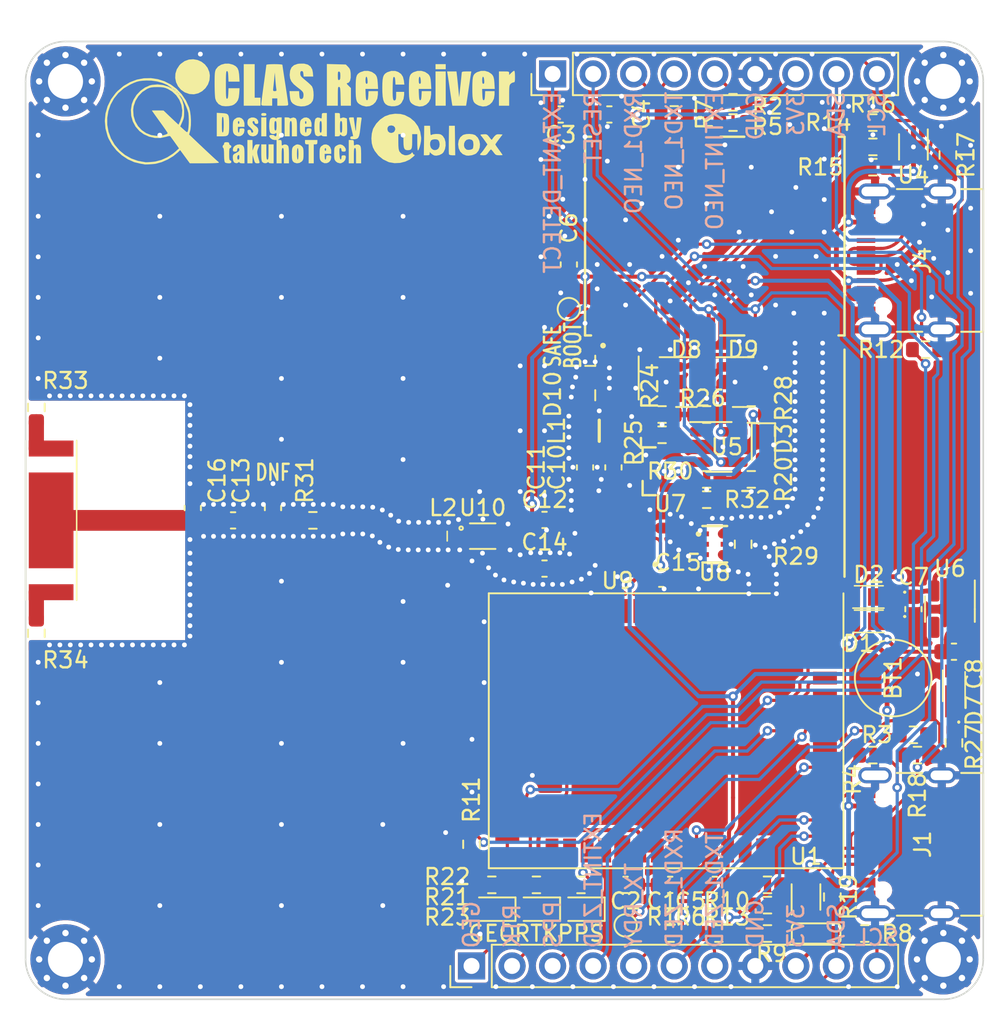
<source format=kicad_pcb>
(kicad_pcb (version 20211014) (generator pcbnew)
  (layers (0 "F.Cu" signal) (1 "In1.Cu" signal) (2 "In2.Cu" signal) (31 "B.Cu" signal) (34 "B.Paste" user) (35 "F.Paste" user) (36 "B.SilkS" user "B.Silkscreen") (37 "F.SilkS" user "F.Silkscreen") (38 "B.Mask" user) (39 "F.Mask" user) (44 "Edge.Cuts" user))
  (net 0 "")
  (net 1 "Net-(ANT1-Pad1)")
  (net 2 "Net-(ANT1-Pad2)")
  (net 3 "Net-(ANT1-Pad3)")
  (net 4 "/V_BACKUP")
  (net 5 "GND")
  (net 6 "+3.3V")
  (net 7 "+5V")
  (net 8 "Net-(C11-Pad2)")
  (net 9 "Net-(C10-Pad2)")
  (net 10 "/VBUS_ZED")
  (net 11 "/VBUS_NEO")
  (net 12 "+3.3V_RF")
  (net 13 "/RTK")
  (net 14 "Net-(C14-Pad2)")
  (net 15 "Net-(C11-Pad1)")
  (net 16 "Net-(C13-Pad2)")
  (net 17 "Net-(C14-Pad1)")
  (net 18 "/D+ZED")
  (net 19 "/D-ZED")
  (net 22 "/D+NEO")
  (net 23 "/D-NEO")
  (net 24 "Net-(JP1-Pad1)")
  (net 25 "Net-(JP1-Pad3)")
  (net 26 "Net-(L2-Pad1)")
  (net 27 "Net-(L2-Pad2)")
  (net 28 "/SCL")
  (net 29 "/SDA")
  (net 30 "/CC1_ZED")
  (net 31 "/TX_RDY")
  (net 32 "/CC2_ZED")
  (net 33 "/TXD1_ZED")
  (net 34 "/CC1_NEO")
  (net 35 "/SCL_ZED_")
  (net 36 "/CC2_NEO")
  (net 37 "/TXD1_NEO")
  (net 38 "Net-(D3-Pad2)")
  (net 39 "/EXTANT_DETECT")
  (net 40 "/GEO")
  (net 41 "/TP")
  (net 42 "Net-(D4-Pad2)")
  (net 43 "Net-(TP1-Pad1)")
  (net 44 "Net-(TP2-Pad1)")
  (net 47 "/ANT_ZED")
  (net 71 "/RXD1_ZED")
  (net 73 "/RESET")
  (net 74 "/EXTINT_ZED")
  (net 78 "/ANT_NEO")
  (net 82 "/EXTINT_NEO")
  (net 83 "/RXD1_NEO")
  (net 88 "/SDA_ZED_")
  (net 89 "/TX_RDY_")
  (net 90 "/TXD1_NEO_")
  (net 91 "/SCL_NEO_")
  (net 92 "/TXD1_ZED_")
  (net 93 "/SDA_NEO_")
  (net 94 "Net-(D6-Pad2)")
  (net 95 "Net-(D5-Pad2)")
  (net 96 "Net-(D7-Pad1)")
  (net 99 "Net-(D8-Pad3)")
  (net 100 "Net-(D9-Pad3)")
  (net 101 "Net-(R10-Pad2)")
  (net 102 "Net-(R11-Pad1)")
  (net 103 "Net-(U8-Pad2)")
  (net 105 "Net-(R11-Pad2)")
  (net 106 "Net-(R12-Pad1)")
  (net 107 "Net-(R12-Pad2)")
  (net 108 "Net-(R13-Pad2)")
  (net 109 "Net-(R14-Pad1)")
  (net 112 "Net-(R16-Pad1)")
  (net 113 "Net-(R24-Pad2)")
  (net 114 "Net-(R25-Pad1)")
  (net 115 "Net-(R30-Pad1)")
  (footprint "Resistor_SMD:R_0603_1608Metric" (layer "F.Cu") (at 140.64 94.572)
    (fp_text reference "R7")
    (fp_text value "33")
  )
  (footprint "Resistor_SMD:R_0603_1608Metric" (layer "F.Cu") (at 155.88 134.704)
    (fp_text reference "R18")
    (fp_text value "5.1k")
  )
  (footprint "Resistor_SMD:R_0603_1608Metric" (layer "F.Cu") (at 139.878 114.638 180)
    (fp_text reference "R25")
    (fp_text value "3")
  )
  (footprint "Resistor_SMD:R_0603_1608Metric" (layer "F.Cu") (at 118 120)
    (fp_text reference "R31")
    (fp_text value "0")
  )
  (footprint "Resistor_SMD:R_0603_1608Metric" (layer "F.Cu") (at 139.878 113.368)
    (fp_text reference "R24")
    (fp_text value "68")
  )
  (footprint "LED_SMD:LED_0603_1608Metric" (layer "F.Cu") (at 129.21 144.356 180)
    (fp_text reference "D5" hide)
    (fp_text value "GEO")
  )
  (footprint "Resistor_SMD:R_0603_1608Metric" (layer "F.Cu") (at 142.672 117.432)
    (fp_text reference "R30")
    (fp_text value "100")
  )
  (footprint "Resistor_SMD:R_0603_1608Metric" (layer "F.Cu") (at 157.785 97.112 -90)
    (fp_text reference "R17")
    (fp_text value "5.1k")
  )
  (footprint "Connector_USB_extlib:USB_C_Receptacle_5077CR-16-SMC2-BK-TR" (layer "F.Cu") (at 155.19 140.292 90)
    (fp_text reference "J1")
    (fp_text value "USB_C_Receptacle_USB2.0")
  )
  (footprint "Resistor_SMD:R_0603_1608Metric" (layer "F.Cu") (at 146.482 144.102 180)
    (fp_text reference "R13")
    (fp_text value "27")
  )
  (footprint "Resistor_SMD:R_0603_1608Metric" (layer "F.Cu") (at 100.675 127.075 -90)
    (fp_text reference "R34")
    (fp_text value "0")
  )
  (footprint "Connector_PinHeader_2.54mm:PinHeader_1x11_P2.54mm_Vertical" (layer "F.Cu") (at 127.94 147.912 90)
    (fp_text reference "J2" hide)
    (fp_text value "ZED")
  )
  (footprint "Resistor_SMD:R_0603_1608Metric" (layer "F.Cu") (at 155.626 133.434)
    (fp_text reference "R3")
    (fp_text value "33")
  )
  (footprint "Resistor_SMD:R_0603_1608Metric" (layer "F.Cu") (at 146.482 142.832 180)
    (fp_text reference "R10")
    (fp_text value "27")
  )
  (footprint "Capacitor_SMD:C_0603_1608Metric" (layer "F.Cu") (at 113 120)
    (fp_text reference "C13")
    (fp_text value "3.9p")
  )
  (footprint "Capacitor_SMD:C_0603_1608Metric" (layer "F.Cu") (at 133.528 94.572 180)
    (fp_text reference "C3")
    (fp_text value "1u")
  )
  (footprint "CUHS20S30:CUHS20S30" (layer "F.Cu") (at 152.832 124.798 180)
    (fp_text reference "D2")
    (fp_text value "CUHS20S30" hide)
  )
  (footprint "Connector_Coaxial:U.FL_Hirose_U.FL-R-SMT-1_Vertical" (layer "F.Cu") (at 136.576 111.082)
    (fp_text reference "J5" hide)
    (fp_text value "Conn_SMA")
  )
  (footprint "PD0922J5050S2HF:PD0922J5050S2HF_ANA" (layer "F.Cu") (at 143.18 121.496)
    (fp_text reference "U8")
    (fp_text value "PD0922J5050S2HF")
  )
  (footprint "Resistor_SMD:R_0603_1608Metric" (layer "F.Cu") (at 144.323 93.81 180)
    (fp_text reference "R2")
    (fp_text value "33")
  )
  (footprint "LED_SMD:LED_0603_1608Metric" (layer "F.Cu") (at 134.798 144.356 180)
    (fp_text reference "D6" hide)
    (fp_text value "PPS")
  )
  (footprint "Capacitor_SMD:C_0603_1608Metric" (layer "F.Cu") (at 136.576 94.572 180)
    (fp_text reference "C4")
    (fp_text value "0.1u")
  )
  (footprint "Package_TO_SOT_SMD:SOT-666" (layer "F.Cu") (at 148.895 143.594 90)
    (fp_text reference "U1")
    (fp_text value "USBLC6-2P6")
  )
  (footprint "Package_TO_SOT_SMD:SOT-23-5" (layer "F.Cu") (at 143.434 115.4)
    (fp_text reference "U5")
    (fp_text value "LMV331")
  )
  (footprint "Capacitor_SMD:C_0603_1608Metric" (layer "F.Cu") (at 136.83 116.683 90)
    (fp_text reference "C10")
    (fp_text value "0.1u")
  )
  (footprint "Resistor_SMD:R_0603_1608Metric" (layer "F.Cu") (at 127.94 140.292 90)
    (fp_text reference "R11")
    (fp_text value "33")
  )
  (footprint "Capacitor_SMD:C_0603_1608Metric" (layer "F.Cu") (at 132.512 119.972)
    (fp_text reference "C12")
    (fp_text value "1000p")
  )
  (footprint "NEO-D9:NEO-D9" (layer "F.Cu") (at 143.18 102.192 90)
    (fp_text reference "U3" hide)
    (fp_text value "NEO-D9C-00B")
  )
  (footprint "Capacitor_SMD:C_0603_1608Metric" (layer "F.Cu") (at 134.036 103.97 -90)
    (fp_text reference "C6")
    (fp_text value "1u")
  )
  (footprint "Capacitor_SMD:C_0603_1608Metric" (layer "F.Cu") (at 135.052 116.683 -90)
    (fp_text reference "C11")
    (fp_text value "47p")
  )
  (footprint "TestPoint:TestPoint_Pad_D1.0mm" (layer "F.Cu") (at 137.592 145.372)
    (fp_text reference "TP1" hide)
    (fp_text value "SAFEBOOT_ZED")
  )
  (footprint "GGBLA.125.A:GGBLA.125.A" (layer "F.Cu") (at 101.6 120 -90)
    (fp_text reference "ANT1" hide)
    (fp_text value "GGBLA.125.A" hide)
  )
  (footprint "RF_GPS:ublox_ZED" (layer "F.Cu") (at 140.132 133.18 -90)
    (fp_text reference "U2" hide)
    (fp_text value "ZED-F9P")
  )
  (footprint "F2933NBGP:F2933NBGP" (layer "F.Cu") (at 137.052 120.805 180)
    (fp_text reference "U9")
    (fp_text value "F2933NBGP" hide)
  )
  (footprint "CUHS20S30:CUHS20S30" (layer "F.Cu") (at 152.832 126.322 180)
    (fp_text reference "D1")
    (fp_text value "CUHS20S30" hide)
  )
  (footprint "Resistor_SMD:R_0603_1608Metric" (layer "F.Cu") (at 140.386 145.88 180)
    (fp_text reference "R1")
    (fp_text value "33")
  )
  (footprint "Package_TO_SOT_SMD:SOT-23-5" (layer "F.Cu") (at 157.912 125.56 -90)
    (fp_text reference "U6")
    (fp_text value "AP2112K-3.3")
  )
  (footprint "Battery_extlib:MS421R" (layer "F.Cu") (at 154.356 129.878 -90)
    (fp_text reference "BT1")
    (fp_text value "MS421R")
  )
  (footprint "Resistor_SMD:R_0603_1608Metric" (layer "F.Cu") (at 132.004 142.832 180)
    (fp_text reference "R21")
    (fp_text value "1k")
  )
  (footprint "Resistor_SMD:R_0603_1608Metric" (layer "F.Cu") (at 153.086 97.874 180)
    (fp_text reference "R15")
    (fp_text value "5.1k")
  )
  (footprint "Package_TO_SOT_SMD:SOT-23" (layer "F.Cu") (at 141.402 111.336)
    (fp_text reference "D8")
    (fp_text value "BAS19")
  )
  (footprint "Resistor_SMD:R_0603_1608Metric" (layer "F.Cu") (at 150.546 143.594 -90)
    (fp_text reference "R19")
    (fp_text value "5.1k")
  )
  (footprint "Diode_SMD:D_0402_1005Metric" (layer "F.Cu") (at 134.567 112.86)
    (fp_text reference "D10")
    (fp_text value "PESD0402-140")
  )
  (footprint "Capacitor_SMD:C_0603_1608Metric" (layer "F.Cu") (at 139.827 123.655)
    (fp_text reference "C15")
    (fp_text value "0.1u")
  )
  (footprint "MountingHole:MountingHole_2.2mm_M2_Pad_Via" (layer "F.Cu") (at 157.5 147.5)
    (fp_text reference "H1" hide)
    (fp_text value "MH")
  )
  (footprint "Resistor_SMD:R_0603_1608Metric" (layer "F.Cu") (at 144.323 95.08 180)
    (fp_text reference "R5")
    (fp_text value "33")
  )
  (footprint "Connector_PinHeader_2.54mm:PinHeader_1x09_P2.54mm_Vertical" (layer "F.Cu") (at 133.02 92.032 90)
    (fp_text reference "J3" hide)
    (fp_text value "NEO")
  )
  (footprint "Resistor_SMD:R_0603_1608Metric" (layer "F.Cu") (at 153.086 96.604)
    (fp_text reference "R14")
    (fp_text value "27")
  )
  (footprint "MountingHole:MountingHole_2.2mm_M2_Pad_Via" (layer "F.Cu") (at 102.5 92.5)
    (fp_text reference "H2" hide)
    (fp_text value "MH")
  )
  (footprint "Capacitor_SMD:C_0603_1608Metric" (layer "F.Cu") (at 115.5 119.225 90)
    (fp_text reference "C9" hide)
    (fp_text value "DNF")
  )
  (footprint "Connector_USB_extlib:USB_C_Receptacle_5077CR-16-SMC2-BK-TR" (layer "F.Cu") (at 155.19 103.716 90)
    (fp_text reference "J4")
    (fp_text value "USB_C_Receptacle_USB2.0")
  )
  (footprint "Capacitor_SMD:C_0603_1608Metric" (layer "F.Cu") (at 137.592 142.832 180)
    (fp_text reference "C2")
    (fp_text value "0.1u")
  )
  (footprint "Resistor_SMD:R_0603_1608Metric" (layer "F.Cu") (at 129.21 142.832 180)
    (fp_text reference "R22")
    (fp_text value "1k")
  )
  (footprint "Resistor_SMD:R_0603_1608Metric" (layer "F.Cu") (at 146.482 145.88 180)
    (fp_text reference "R9")
    (fp_text value "2.2k")
  )
  (footprint "LQW2BANR12J00L:LQW2BANR12J00L" (layer "F.Cu") (at 135.942 114.384 180)
    (fp_text reference "L1")
    (fp_text value "LQW2BANR12J00L" hide)
  )
  (footprint "NT1191GEAE3S:NT1191GEAE3S" (layer "F.Cu") (at 128.639 120.988 90)
    (fp_text reference "U10")
    (fp_text value "NT1191GEAE3S")
  )
  (footprint "Resistor_SMD:R_0603_1608Metric" (layer "F.Cu") (at 145.466 113.368)
    (fp_text reference "R28")
    (fp_text value "1.5k")
  )
  (footprint "Capacitor_SMD:C_0603_1608Metric" (layer "F.Cu") (at 110.475 119.225 90)
    (fp_text reference "C16")
    (fp_text value "1.2p")
  )
  (footprint "Capacitor_SMD:C_0603_1608Metric" (layer "F.Cu") (at 132.512 123.02 180)
    (fp_text reference "C14")
    (fp_text value "47p")
  )
  (footprint "Capacitor_SMD:C_0603_1608Metric" (layer "F.Cu") (at 155.626 125.56 -90)
    (fp_text reference "C7")
    (fp_text value "1u")
  )
  (footprint "Resistor_SMD:R_0603_1608Metric" (layer "F.Cu") (at 153.086 95.08)
    (fp_text reference "R16")
    (fp_text value "27")
  )
  (footprint "Package_TO_SOT_SMD:SOT-23" (layer "F.Cu") (at 144.958 111.336)
    (fp_text reference "D9")
    (fp_text value "BAT54W")
  )
  (footprint "Capacitor_SMD:C_0603_1608Metric" (layer "F.Cu") (at 143.18 142.832)
    (fp_text reference "C5")
    (fp_text value "1u")
  )
  (footprint "Capacitor_SMD:C_0603_1608Metric" (layer "F.Cu") (at 158.166 128.227)
    (fp_text reference "C8")
    (fp_text value "1u")
  )
  (footprint "LED_SMD:LED_0603_1608Metric" (layer "F.Cu") (at 132.004 144.356 180)
    (fp_text reference "D4" hide)
    (fp_text value "RTK")
  )
  (footprint "Resistor_SMD:R_0603_1608Metric" (layer "F.Cu") (at 143.434 145.88 180)
    (fp_text reference "R6")
    (fp_text value "33")
  )
  (footprint "CUHS20S30:CUHS20S30" (layer "F.Cu") (at 158.166 130.386 90)
    (fp_text reference "D7")
    (fp_text value "CUHS20S30" hide)
  )
  (footprint "MountingHole:MountingHole_2.2mm_M2_Pad_Via" (layer "F.Cu") (at 157.5 92.5)
    (fp_text reference "H4" hide)
    (fp_text value "MH")
  )
  (footprint "Capacitor_SMD:C_0603_1608Metric" (layer "F.Cu") (at 140.386 142.832)
    (fp_text reference "C1")
    (fp_text value "1u")
  )
  (footprint "LQW15AN9N5G00D:LQW15AN9N5G00D" (layer "F.Cu") (at 126.416 120.988)
    (fp_text reference "L2")
    (fp_text value "LQW15AN9N5G00D" hide)
  )
  (footprint "MountingHole:MountingHole_2.2mm_M2_Pad_Via" (layer "F.Cu") (at 102.5 147.5)
    (fp_text reference "H3" hide)
    (fp_text value "MH")
  )
  (footprint "Resistor_SMD:R_0603_1608Metric" (layer "F.Cu") (at 153.086 134.704)
    (fp_text reference "R4")
    (fp_text value "33")
  )
  (footprint "DSS20200L-7:DSS20200L-7" (layer "F.Cu") (at 139.37 116.924 180)
    (fp_text reference "U7")
    (fp_text value "DSS20200" hide)
  )
  (footprint "Resistor_SMD:R_0603_1608Metric" (layer "F.Cu") (at 142.672 113.368)
    (fp_text reference "R26")
    (fp_text value "22k")
  )
  (footprint "Resistor_SMD:R_0603_1608Metric" (layer "F.Cu") (at 145.466 117.432)
    (fp_text reference "R20")
    (fp_text value "1k")
  )
  (footprint "Resistor_SMD:R_0603_1608Metric" (layer "F.Cu") (at 144.958 121.496 90)
    (fp_text reference "R29")
    (fp_text value "100")
  )
  (footprint "TestPoint:TestPoint_Pad_D1.0mm" (layer "F.Cu") (at 134.036 106.764)
    (fp_text reference "TP2" hide)
    (fp_text value "SAFEBOOT_NEO")
  )
  (footprint "Package_TO_SOT_SMD:SOT-666" (layer "F.Cu") (at 155.626 96.604 -90)
    (fp_text reference "U4")
    (fp_text value "USBLC6-2P6")
  )
  (footprint "LOGO_CLAS_Receiver:CLAS_Receiver" (layer "F.Cu") (at 117.78 94.572)
    (fp_text reference "G***" hide)
    (fp_text value "LOGO" hide)
  )
  (footprint "Resistor_SMD:R_0603_1608Metric" (layer "F.Cu") (at 156.388 109.304)
    (fp_text reference "R12")
    (fp_text value "33")
  )
  (footprint "Resistor_SMD:R_0603_1608Metric" (layer "F.Cu") (at 134.798 142.832 180)
    (fp_text reference "R23")
    (fp_text value "1k")
  )
  (footprint "Resistor_SMD:R_0603_1608Metric" (layer "F.Cu") (at 142.672 118.702)
    (fp_text reference "R32")
    (fp_text value "10k")
  )
  (footprint "LED_SMD:LED_0603_1608Metric" (layer "F.Cu") (at 146.228 115.4 -90)
    (fp_text reference "D3")
    (fp_text value "EXTANT")
  )
  (footprint "Jumper_extlib:SolderJumper-3_Open_RoundedPad" (layer "F.Cu") (at 149.53 145.88)
    (fp_text reference "JP1" hide)
    (fp_text value "I2C")
  )
  (footprint "Resistor_SMD:R_0603_1608Metric" (layer "F.Cu") (at 158.166 133.942 -90)
    (fp_text reference "R27")
    (fp_text value "3.3k")
  )
  (footprint "Resistor_SMD:R_0603_1608Metric" (layer "F.Cu") (at 152.578 145.88)
    (fp_text reference "R8")
    (fp_text value "2.2k")
  )
  (footprint "Resistor_SMD:R_0603_1608Metric" (layer "F.Cu") (at 100.675 112.925 90)
    (fp_text reference "R33")
    (fp_text value "0")
  )
  (gr_line (start 151.308 109.304) (end 151.308 123.528) (layer "F.SilkS") (width 0.15))
  (gr_line (start 100 92.5) (end 100 147.5) (layer "Edge.Cuts") (width 0.1))
  (gr_arc (start 102.5 150) (mid 100.732233 149.267767) (end 100 147.5) (layer "Edge.Cuts") (width 0.1))
  (gr_line (start 160 147.5) (end 160 92.5) (layer "Edge.Cuts") (width 0.1))
  (gr_line (start 157.5 90) (end 102.5 90) (layer "Edge.Cuts") (width 0.1))
  (gr_arc (start 160 147.5) (mid 159.267767 149.267767) (end 157.5 150) (layer "Edge.Cuts") (width 0.1))
  (gr_arc (start 100 92.5) (mid 100.732233 90.732233) (end 102.5 90) (layer "Edge.Cuts") (width 0.1))
  (gr_line (start 102.5 150) (end 157.5 150) (layer "Edge.Cuts") (width 0.1))
  (gr_arc (start 157.5 90) (mid 159.267767 90.732233) (end 160 92.5) (layer "Edge.Cuts") (width 0.1))
  (gr_text "RESET" (at 135.56 93.048 90) (layer "B.SilkS") (effects (font (size 1 1)) (justify left mirror)))
  (gr_text "TXD1_NEO" (at 140.64 93.048 90) (layer "B.SilkS") (effects (font (size 1 1)) (justify left mirror)))
  (gr_text "GND" (at 145.72 93.048 90) (layer "B.SilkS") (effects (font (size 1 1)) (justify left mirror)))
  (gr_text "3V3" (at 148.26 93.048 90) (layer "B.SilkS") (effects (font (size 1 1)) (justify left mirror)))
  (gr_text "SDA" (at 150.8 146.896 90) (layer "B.SilkS") (effects (font (size 1 1)) (justify right mirror)))
  (gr_text "3V3" (at 148.26 146.896 90) (layer "B.SilkS") (effects (font (size 1 1)) (justify right mirror)))
  (gr_text "EXTINT_ZED" (at 135.56 146.896 90) (layer "B.SilkS") (effects (font (size 1 1)) (justify right mirror)))
  (gr_text "EXTINT_NEO" (at 143.18 93.048 90) (layer "B.SilkS") (effects (font (size 1 1)) (justify left mirror)))
  (gr_text "SCL" (at 153.34 146.134) (layer "B.SilkS") (effects (font (size 1 1)) (justify mirror)))
  (gr_text "RTK" (at 130.48 146.896 90) (layer "B.SilkS") (effects (font (size 1 1)) (justify right mirror)))
  (gr_text "SCL" (at 153.34 93.048 90) (layer "B.SilkS") (effects (font (size 1 1)) (justify left mirror)))
  (gr_text "TX_RDY" (at 138.1 146.896 90) (layer "B.SilkS") (effects (font (size 1 1)) (justify right mirror)))
  (gr_text "TXD1_ZED" (at 143.18 146.896 90) (layer "B.SilkS") (effects (font (size 1 1)) (justify right mirror)))
  (gr_text "GND" (at 145.72 146.896 90) (layer "B.SilkS") (effects (font (size 1 1)) (justify right mirror)))
  (gr_text "GEO" (at 127.94 146.896 90) (layer "B.SilkS") (effects (font (size 1 1)) (justify right mirror)))
  (gr_text "RXD1_NEO" (at 138.1 93.048 90) (layer "B.SilkS") (effects (font (size 1 1)) (justify left mirror)))
  (gr_text "EXTANT_DETECT" (at 133.02 93.048 90) (layer "B.SilkS") (effects (font (size 1 1)) (justify left mirror)))
  (gr_text "RXD1_ZED" (at 140.64 146.896 90) (layer "B.SilkS") (effects (font (size 1 1)) (justify right mirror)))
  (gr_text "PPS" (at 133.02 146.896 90) (layer "B.SilkS") (effects (font (size 1 1)) (justify right mirror)))
  (gr_text "SDA" (at 150.8 93.048 90) (layer "B.SilkS") (effects (font (size 1 1)) (justify left mirror)))
  (gr_text "DNF" (at 115.5 117) (layer "F.SilkS") (effects (font (size 1 0.75))))
  (gr_text "RTK" (at 132.004 145.88) (layer "F.SilkS") (effects (font (size 1 1))))
  (gr_text "PPS" (at 134.798 145.88) (layer "F.SilkS") (effects (font (size 1 1))))
  (gr_text "SAFE" (at 133.02 109.05 90) (layer "F.SilkS") (effects (font (size 1 0.75))))
  (gr_text "GEO" (at 129.21 145.88) (layer "F.SilkS") (effects (font (size 1 1))))
  (gr_text "BOOT" (at 134.29 109.05 90) (layer "F.SilkS") (effects (font (size 1 0.75))))
  (segment (start 101.6 120) (end 110.475 120) (width 1.3) (layer "F.Cu") (net 1))
  (segment (start 110.475 120) (end 112.225 120) (width 0.678) (layer "F.Cu") (net 1))
  (segment (start 101.6 115.5) (end 100.675 115.5) (width 0.95) (layer "F.Cu") (net 2))
  (segment (start 100.675 115.5) (end 100.675 113.825) (width 0.95) (layer "F.Cu") (net 2))
  (segment (start 101.6 124.5) (end 100.675 124.5) (width 0.95) (layer "F.Cu") (net 3))
  (segment (start 100.675 124.5) (end 100.675 126.175) (width 0.95) (layer "F.Cu") (net 3))
  (segment (start 157.277 133.942) (end 157.277 132.789) (width 0.2) (layer "F.Cu") (net 4))
  (segment (start 156.061957 131.9) (end 156.388 131.9) (width 0.2) (layer "F.Cu") (net 4))
  (segment (start 158.166 134.767) (end 158.102 134.767) (width 0.2) (layer "F.Cu") (net 4))
  (segment (start 158.102 134.767) (end 157.277 133.942) (width 0.2) (layer "F.Cu") (net 4))
  (segment (start 142.037 140.68) (end 142.037 140.546) (width 0.2) (layer "F.Cu") (net 4))
  (segment (start 157.277 132.789) (end 156.388 131.9) (width 0.2) (layer "F.Cu") (net 4))
  (segment (start 154.33421 132.545) (end 154.50479 132.545) (width 0.2) (layer "F.Cu") (net 4))
  (segment (start 151.944693 133.178307) (end 153.066036 133.178307) (width 0.2) (layer "F.Cu") (net 4))
  (segment (start 151.943 133.18) (end 151.944693 133.178307) (width 0.2) (layer "F.Cu") (net 4))
  (segment (start 142.037 140.546) (end 142.037 139.403) (width 0.2) (layer "F.Cu") (net 4))
  (segment (start 141.782 140.68) (end 142.037 140.68) (width 0.2) (layer "F.Cu") (net 4))
  (segment (start 153.594 132.926) (end 153.721 132.799) (width 0.2) (layer "F.Cu") (net 4))
  (via (at 151.943 133.18) (size 0.6) (drill 0.3) (layers "F.Cu" "B.Cu") (net 4))
  (via (at 142.037 139.403) (size 0.6) (drill 0.3) (layers "F.Cu" "B.Cu") (net 4))
  (arc (start 154.50479 132.545) (mid 154.836657 132.478988) (end 155.118 132.291) (width 0.2) (layer "F.Cu") (net 4))
  (arc (start 153.066036 133.178307) (mid 153.35157 133.096738) (end 153.594 132.926) (width 0.2) (layer "F.Cu") (net 4))
  (arc (start 153.721 132.799) (mid 154.002343 132.611012) (end 154.33421 132.545) (width 0.2) (layer "F.Cu") (net 4))
  (arc (start 155.118 132.291) (mid 155.551091 132.001617) (end 156.061957 131.9) (width 0.2) (layer "F.Cu") (net 4))
  (segment (start 143.815 139.403) (end 149.022 134.196) (width 0.2) (layer "B.Cu") (net 4))
  (segment (start 142.037 139.403) (end 143.815 139.403) (width 0.2) (layer "B.Cu") (net 4))
  (segment (start 150.927 134.196) (end 151.943 133.18) (width 0.2) (layer "B.Cu") (net 4))
  (segment (start 149.022 134.196) (end 150.927 134.196) (width 0.2) (layer "B.Cu") (net 4))
  (via (at 135.052 95.969) (size 0.6) (drill 0.3) (layers "F.Cu" "B.Cu") (net 5))
  (via (at 123.65 116.19) (size 0.6) (drill 0.3) (layers "F.Cu" "B.Cu") (net 5))
  (via (at 108.41 139.05) (size 0.6) (drill 0.3) (layers "F.Cu" "B.Cu") (net 5))
  (via (at 149.9364 113.7744) (size 0.6) (drill 0.3) (layers "F.Cu" "B.Cu") (net 5))
  (via (at 110.95 149.21) (size 0.6) (drill 0.3) (layers "F.Cu" "B.Cu") (net 5))
  (via (at 128.73 126.35) (size 0.6) (drill 0.3) (layers "F.Cu" "B.Cu") (net 5))
  (via (at 135.9156 118.1432) (size 0.6) (drill 0.3) (layers "F.Cu" "B.Cu") (net 5))
  (via (at 136.576 110.447) (size 0.6) (drill 0.3) (layers "F.Cu" "B.Cu") (net 5))
  (via (at 135.814 105.494) (size 0.6) (drill 0.3) (layers "F.Cu" "B.Cu") (net 5))
  (via (at 157.023 97.874) (size 0.6) (drill 0.3) (layers "F.Cu" "B.Cu") (net 5))
  (via (at 115.525 121) (size 0.6) (drill 0.3) (layers "F.Cu" "B.Cu") (net 5))
  (via (at 142.2656 120.6324) (size 0.6) (drill 0.3) (layers "F.Cu" "B.Cu") (net 5))
  (via (at 131.6484 122.0294) (size 0.6) (drill 0.3) (layers "F.Cu" "B.Cu") (net 5))
  (via (at 139.878 114.003) (size 0.6) (drill 0.3) (layers "F.Cu" "B.Cu") (net 5))
  (via (at 116.03 114.92) (size 0.6) (drill 0.3) (layers "F.Cu" "B.Cu") (net 5))
  (via (at 122.38 139.05) (size 0.6) (drill 0.3) (layers "F.Cu" "B.Cu") (net 5))
  (via (at 103.45 127.8) (size 0.6) (drill 0.3) (layers "F.Cu" "B.Cu") (net 5))
  (via (at 134.036 114.7904) (size 0.6) (drill 0.3) (layers "F.Cu" "B.Cu") (net 5))
  (via (at 148.2092 114.9936) (size 0.6) (drill 0.3) (layers "F.Cu" "B.Cu") (net 5))
  (via (at 122.38 144.13) (size 0.6) (drill 0.3) (layers "F.Cu" "B.Cu") (net 5))
  (via (at 134.544 90.79) (size 0.6) (drill 0.3) (layers "F.Cu" "B.Cu") (net 5))
  (via (at 104.75 127.8) (size 0.6) (drill 0.3) (layers "F.Cu" "B.Cu") (net 5))
  (via (at 148.2092 113.1648) (size 0.6) (drill 0.3) (layers "F.Cu" "B.Cu") (net 5))
  (via (at 149.9364 115.6032) (size 0.6) (drill 0.3) (layers "F.Cu" "B.Cu") (net 5))
  (via (at 138.862 115.908) (size 0.6) (drill 0.3) (layers "F.Cu" "B.Cu") (net 5))
  (via (at 121.725 120.975) (size 0.6) (drill 0.3) (layers "F.Cu" "B.Cu") (net 5))
  (via (at 134.5186 110.3962) (size 0.6) (drill 0.3) (layers "F.Cu" "B.Cu") (net 5))
  (via (at 108 112.2) (size 0.6) (drill 0.3) (layers "F.Cu" "B.Cu") (net 5))
  (via (at 133.6576 99.8832) (size 0.6) (drill 0.3) (layers "F.Cu" "B.Cu") (net 5))
  (via (at 132.794 100.95) (size 0.6) (drill 0.3) (layers "F.Cu" "B.Cu") (net 5))
  (via (at 110.3 122.7) (size 0.6) (drill 0.3) (layers "F.Cu" "B.Cu") (net 5))
  (via (at 102.8 127.8) (size 0.6) (drill 0.3) (layers "F.Cu" "B.Cu") (net 5))
  (via (at 123.65 95.87) (size 0.6) (drill 0.3) (layers "F.Cu" "B.Cu") (net 5))
  (via (at 121.75 119.175) (size 0.6) (drill 0.3) (layers "F.Cu" "B.Cu") (net 5))
  (via (at 128.476 145.908) (size 0.6) (drill 0.3) (layers "F.Cu" "B.Cu") (net 5))
  (via (at 100.79 98.41) (size 0.6) (drill 0.3) (layers "F.Cu" "B.Cu") (net 5))
  (via (at 149.9364 111.336) (size 0.6) (drill 0.3) (layers "F.Cu" "B.Cu") (net 5))
  (via (at 141.7068 120.2006) (size 0.6) (drill 0.3) (layers "F.Cu" "B.Cu") (net 5))
  (via (at 124.625 120.125) (size 0.6) (drill 0.3) (layers "F.Cu" "B.Cu") (net 5))
  (via (at 144.196 149.21) (size 0.6) (drill 0.3) (layers "F.Cu" "B.Cu") (net 5))
  (via (at 146.355 110.447) (size 0.6) (drill 0.3) (layers "F.Cu" "B.Cu") (net 5))
  (via (at 126.19 149.21) (size 0.6) (drill 0.3) (layers "F.Cu" "B.Cu") (net 5))
  (via (at 124 120.125) (size 0.6) (drill 0.3) (layers "F.Cu" "B.Cu") (net 5))
  (via (at 141.0972 119.7688) (size 0.6) (drill 0.3) (layers "F.Cu" "B.Cu") (net 5))
  (via (at 140.386 119.6164) (size 0.6) (drill 0.3) (layers "F.Cu" "B.Cu") (net 5))
  (via (at 149.3776 119.7942) (size 0.6) (drill 0.3) (layers "F.Cu" "B.Cu") (net 5))
  (via (at 108.41 109.84) (size 0.6) (drill 0.3) (layers "F.Cu" "B.Cu") (net 5))
  (via (at 123.65 90.79) (size 0.6) (drill 0.3) (layers "F.Cu" "B.Cu") (net 5))
  (via (at 110.3 115.35) (size 0.6) (drill 0.3) (layers "F.Cu" "B.Cu") (net 5))
  (via (at 137.592 106.51) (size 0.6) (drill 0.3) (layers "F.Cu" "B.Cu") (net 5))
  (via (at 110.3 116.65) (size 0.6) (drill 0.3) (layers "F.Cu" "B.Cu") (net 5))
  (via (at 116.15 119) (size 0.6) (drill 0.3) (layers "F.Cu" "B.Cu") (net 5))
  (via (at 128.448 118.194) (size 0.6) (drill 0.3) (layers "F.Cu" "B.Cu") (net 5))
  (via (at 144.958 104.097) (size 0.6) (drill 0.3) (layers "F.Cu" "B.Cu") (net 5))
  (via (at 132.639 120.607) (size 0.6) (drill 0.3) (layers "F.Cu" "B.Cu") (net 5))
  (via (at 139.878 103.462) (size 0.6) (drill 0.3) (layers "F.Cu" "B.Cu") (net 5))
  (via (at 144.2468 119.8704) (size 0.6) (drill 0.3) (layers "F.Cu" "B.Cu") (net 5))
  (via (at 136.068 117.432) (size 0.6) (drill 0.3) (layers "F.Cu" "B.Cu") (net 5))
  (via (at 144.196 121.496) (size 0.6) (drill 0.3) (layers "F.Cu" "B.Cu") (net 5))
  (via (at 149.657 119.2354) (size 0.6) (drill 0.3) (layers "F.Cu" "B.Cu") (net 5))
  (via (at 111.15 121) (size 0.6) (drill 0.3) (layers "F.Cu" "B.Cu") (net 5))
  (via (at 140.386 106.256) (size 0.6) (drill 0.3) (layers "F.Cu" "B.Cu") (net 5))
  (via (at 154.61 149.21) (size 0.6) (drill 0.3) (layers "F.Cu" "B.Cu") (net 5))
  (via (at 146.99 106.51) (size 0.6) (drill 0.3) (layers "F.Cu" "B.Cu") (net 5))
  (via (at 149.276 90.79) (size 0.6) (drill 0.3) (layers "F.Cu" "B.Cu") (net 5))
  (via (at 140.9194 121.8516) (size 0.6) (drill 0.3) (layers "F.Cu" "B.Cu") (net 5))
  (via (at 146.5836 122.258) (size 0.6) (drill 0.3) (layers "F.Cu" "B.Cu") (net 5))
  (via (at 143.688 115.4) (size 0.6) (drill 0.3) (layers "F.Cu" "B.Cu") (net 5))
  (via (at 121.125 120.85) (size 0.6) (drill 0.3) (layers "F.Cu" "B.Cu") (net 5))
  (via (at 156.007 102.573) (size 0.6) (drill 0.3) (layers "F.Cu" "B.Cu") (net 5))
  (via (at 116.03 133.97) (size 0.6) (drill 0.3) (layers "F.Cu" "B.Cu") (net 5))
  (via (at 133.02 124.0106) (size 0.6) (drill 0.3) (layers "F.Cu" "B.Cu") (net 5))
  (via (at 136.449 95.334) (size 0.6) (drill 0.3) (layers "F.Cu" "B.Cu") (net 5))
  (via (at 111.15 119) (size 0.6) (drill 0.3) (layers "F.Cu" "B.Cu") (net 5))
  (via (at 100.79 139.05) (size 0.6) (drill 0.3) (layers "F.Cu" "B.Cu") (net 5))
  (via (at 123.65 106.03) (size 0.6) (drill 0.3) (layers "F.Cu" "B.Cu") (net 5))
  (via (at 146.99 90.79) (size 0.6) (drill 0.3) (layers "F.Cu" "B.Cu") (net 5))
  (via (at 121.11 149.21) (size 0.6) (drill 0.3) (layers "F.Cu" "B.Cu") (net 5))
  (via (at 100.79 131.43) (size 0.6) (drill 0.3) (layers "F.Cu" "B.Cu") (net 5))
  (via (at 148.2092 116.8224) (size 0.6) (drill 0.3) (layers "F.Cu" "B.Cu") (net 5))
  (via (at 148.2092 113.7744) (size 0.6) (drill 0.3) (layers "F.Cu" "B.Cu") (net 5))
  (via (at 133.6296 124.0106) (size 0.6) (drill 0.3) (layers "F.Cu" "B.Cu") (net 5))
  (via (at 129.464 149.21) (size 0.6) (drill 0.3) (layers "F.Cu" "B.Cu") (net 5))
  (via (at 110.3 123.35) (size 0.6) (drill 0.3) (layers "F.Cu" "B.Cu") (net 5))
  (via (at 138.481 109.304) (size 0.6) (drill 0.3) (layers "F.Cu" "B.Cu") (net 5))
  (via (at 130.988 114.384) (size 0.6) (drill 0.3) (layers "F.Cu" "B.Cu") (net 5))
  (via (at 116.775 119) (size 0.6) (drill 0.3) (layers "F.Cu" "B.Cu") (net 5))
  (via (at 151.562 94.064) (size 0.6) (drill 0.3) (layers "F.Cu" "B.Cu") (net 5))
  (via (at 146.8884 122.7914) (size 0.6) (drill 0.3) (layers "F.Cu" "B.Cu") (net 5))
  (via (at 100.79 103.49) (size 0.6) (drill 0.3) (layers "F.Cu" "B.Cu") (net 5))
  (via (at 140.005 124.29) (size 0.6) (drill 0.3) (layers "F.Cu" "B.Cu") (net 5))
  (via (at 135.941 113.1394) (size 0.6) (drill 0.3) (layers "F.Cu" "B.Cu") (net 5))
  (via (at 137.338 93.429) (size 0.6) (drill 0.3) (layers "F.Cu" "B.Cu") (net 5))
  (via (at 141.91 93.556) (size 0.6) (drill 0.3) (layers "F.Cu" "B.Cu") (net 5))
  (via (at 147.498 121.2928) (size 0.6) (drill 0.3) (layers "F.Cu" "B.Cu") (net 5))
  (via (at 123.65 125.08) (size 0.6) (drill 0.3) (layers "F.Cu" "B.Cu") (net 5))
  (via (at 143.6372 119.8704) (size 0.6) (drill 0.3) (layers "F.Cu" "B.Cu") (net 5))
  (via (at 108 127.8) (size 0.6) (drill 0.3) (layers "F.Cu" "B.Cu") (net 5))
  (via (at 129.0068 122.9692) (size 0.6) (drill 0.3) (layers "F.Cu" "B.Cu") (net 5))
  (via (at 155.88 129.624) (size 0.6) (drill 0.3) (layers "F.Cu" "B.Cu") (net 5))
  (via (at 132.512 118.448) (size 0.6) (drill 0.3) (layers "F.Cu" "B.Cu") (net 5))
  (via (at 149.53 103.462) (size 0.6) (drill 0.3) (layers "F.Cu" "B.Cu") (net 5))
  (via (at 116.03 90.79) (size 0.6) (drill 0.3) (layers "F.Cu" "B.Cu") (net 5))
  (via (at 110.3 114.7) (size 0.6) (drill 0.3) (layers "F.Cu" "B.Cu") (net 5))
  (via (at 132.258 122.0294) (size 0.6) (drill 0.3) (layers "F.Cu" "B.Cu") (net 5))
  (via (at 123.65 100.95) (size 0.6) (drill 0.3) (layers "F.Cu" "B.Cu") (net 5))
  (via (at 153.086 95.842) (size 0.6) (drill 0.3) (layers "F.Cu" "B.Cu") (net 5))
  (via (at 137.973 113.495) (size 0.6) (drill 0.3) (layers "F.Cu" "B.Cu") (net 5))
  (via (at 149.9364 112.5552) (size 0.6) (drill 0.3) (layers "F.Cu" "B.Cu") (net 5))
  (via (at 154.356 93.302) (size 0.6) (drill 0.3) (layers "F.Cu" "B.Cu") (net 5))
  (via (at 141.529 122.2326) (size 0.6) (drill 0.3) (layers "F.Cu" "B.Cu") (net 5))
  (via (at 148.133 107.018) (size 0.6) (drill 0.3) (layers "F.Cu" "B.Cu") (net 5))
  (via (at 116.03 95.87) (size 0.6) (drill 0.3) (layers "F.Cu" "B.Cu") (net 5))
  (via (at 147.0408 124.5948) (size 0.6) (drill 0.3) (layers "F.Cu" "B.Cu") (net 5))
  (via (at 145.466 118.194) (size 0.6) (drill 0.3) (layers "F.Cu" "B.Cu") (net 5))
  (via (at 134.1884 112.2758) (size 0.6) (drill 0.3) (layers "F.Cu" "B.Cu") (net 5))
  (via (at 118.025 119) (size 0.6) (drill 0.3) (layers "F.Cu" "B.Cu") (net 5))
  (via (at 137.084 123.528) (size 0.6) (drill 0.3) (layers "F.Cu" "B.Cu") (net 5))
  (via (at 123.65 149.21) (size 0.6) (drill 0.3) (layers "F.Cu" "B.Cu") (net 5))
  (via (at 135.433 124.544) (size 0.6) (drill 0.3) (layers "F.Cu" "B.Cu") (net 5))
  (via (at 150.038 97.366) (size 0.6) (drill 0.3) (layers "F.Cu" "B.Cu") (net 5))
  (via (at 149.9364 116.2128) (size 0.6) (drill 0.3) (layers "F.Cu" "B.Cu") (net 5))
  (via (at 106.7 127.8) (size 0.6) (drill 0.3) (layers "F.Cu" "B.Cu") (net 5))
  (via (at 132.512 107.907) (size 0.6) (drill 0.3) (layers "F.Cu" "B.Cu") (net 5))
  (via (at 113.49 90.79) (size 0.6) (drill 0.3) (layers "F.Cu" "B.Cu") (net 5))
  (via (at 103.45 112.2) (size 0.6) (drill 0.3) (layers "F.Cu" "B.Cu") (net 5))
  (via (at 107.35 112.2) (size 0.6) (drill 0.3) (layers "F.Cu" "B.Cu") (net 5))
  (via (at 150.038 95.461) (size 0.6) (drill 0.3) (layers "F.Cu" "B.Cu") (net 5))
  (via (at 135.687 110.066) (size 0.6) (drill 0.3) (layers "F.Cu" "B.Cu") (net 5))
  (via (at 149.9364 110.7264) (size 0.6) (drill 0.3) (layers "F.Cu" "B.Cu") (net 5))
  (via (at 149.911 93.81) (size 0.6) (drill 0.3) (layers "F.Cu" "B.Cu") (net 5))
  (via (at 135.052 98.636) (size 0.6) (drill 0.3) (layers "F.Cu" "B.Cu") (net 5))
  (via (at 148.006 101.938) (size 0.6) (drill 0.3) (layers "F.Cu" "B.Cu") (net 5))
  (via (at 147.0408 123.3756) (size 0.6) (drill 0.3) (layers "F.Cu" "B.Cu") (net 5))
  (via (at 118.65 119) (size 0.6) (drill 0.3) (layers "F.Cu" "B.Cu") (net 5))
  (via (at 148.2092 111.336) (size 0.6) (drill 0.3) (layers "F.Cu" "B.Cu") (net 5))
  (via (at 159.21 96.505) (size 0.6) (drill 0.3) (layers "F.Cu" "B.Cu") (net 5))
  (via (at 144.8564 119.7688) (size 0.6) (drill 0.3) (layers "F.Cu" "B.Cu") (net 5))
  (via (at 125.875 120.125) (size 0.6) (drill 0.3) (layers "F.Cu" "B.Cu") (net 5))
  (via (at 156.769 106.002) (size 0.6) (drill 0.3) (layers "F.Cu" "B.Cu") (net 5))
  (via (at 146.736 100.668) (size 0.6) (drill 0.3) (layers "F.Cu" "B.Cu") (net 5))
  (via (at 142.672 112.352) (size 0.6) (drill 0.3) (layers "F.Cu" "B.Cu") (net 5))
  (via (at 105.4 127.8) (size 0.6) (drill 0.3) (layers "F.Cu" "B.Cu") (net 5))
  (via (at 148.2092 115.6032) (size 0.6) (drill 0.3) (layers "F.Cu" "B.Cu") (net 5))
  (via (at 110.3 125.3) (size 0.6) (drill 0.3) (layers "F.Cu" "B.Cu") (net 5))
  (via (at 105.87 90.79) (size 0.6) (drill 0.3) (layers "F.Cu" "B.Cu") (net 5))
  (via (at 155.626 96.604) (size 0.6) (drill 0.3) (layers "F.Cu" "B.Cu") (net 5))
  (via (at 114.275 121) (size 0.6) (drill 0.3) (layers "F.Cu" "B.Cu") (net 5))
  (via (at 100.79 133.97) (size 0.6) (drill 0.3) (layers "F.Cu" "B.Cu") (net 5))
  (via (at 108.41 149.21) (size 0.6) (drill 0.3) (layers "F.Cu" "B.Cu") (net 5))
  (via (at 135.052 107.653) (size 0.6) (drill 0.3) (layers "F.Cu" "B.Cu") (net 5))
  (via (at 119.875 120.85) (size 0.6) (drill 0.3) (layers "F.Cu" "B.Cu") (net 5))
  (via (at 131.1912 123.9344) (size 0.6) (drill 0.3) (layers "F.Cu" "B.Cu") (net 5))
  (via (at 134.1884 118.7528) (size 0.6) (drill 0.3) (layers "F.Cu" "B.Cu") (net 5))
  (via (at 113.49 149.21) (size 0.6) (drill 0.3) (layers "F.Cu" "B.Cu") (net 5))
  (via (at 120.5 119.15) (size 0.6) (drill 0.3) (layers "F.Cu" "B.Cu") (net 5))
  (via (at 121.125 119.15) (size 0.6) (drill 0.3) (layers "F.Cu" "B.Cu") (net 5))
  (via (at 146.863 115.273) (size 0.6) (drill 0.3) (layers "F.Cu" "B.Cu") (net 5))
  (via (at 113.65 119) (size 0.6) (drill 0.3) (layers "F.Cu" "B.Cu") (net 5))
  (via (at 133.4772 122.0294) (size 0.6) (drill 0.3) (layers "F.Cu" "B.Cu") (net 5))
  (via (at 116.03 128.89) (size 0.6) (drill 0.3) (layers "F.Cu" "B.Cu") (net 5))
  (via (at 116.03 100.95) (size 0.6) (drill 0.3) (layers "F.Cu" "B.Cu") (net 5))
  (via (at 143.18 105.875) (size 0.6) (drill 0.3) (layers "F.Cu" "B.Cu") (net 5))
  (via (at 137.846 103.97) (size 0.6) (drill 0.3) (layers "F.Cu" "B.Cu") (net 5))
  (via (at 140.386 109.304) (size 0.6) (drill 0.3) (layers "F.Cu" "B.Cu") (net 5))
  (via (at 122.75 121.675) (size 0.6) (drill 0.3) (layers "F.Cu" "B.Cu") (net 5))
  (via (at 131.75 135.974) (size 0.6) (drill 0.3) (layers "F.Cu" "B.Cu") (net 5))
  (via (at 110.3 127.25) (size 0.6) (drill 0.3) (layers "F.Cu" "B.Cu") (net 5))
  (via (at 131.8008 124.0106) (size 0.6) (drill 0.3) (layers "F.Cu" "B.Cu") (net 5))
  (via (at 118.65 121) (size 0.6) (drill 0.3) (layers "F.Cu" "B.Cu") (net 5))
  (via (at 147.244 119.5148) (size 0.6) (drill 0.3) (layers "F.Cu" "B.Cu") (net 5))
  (via (at 142.545 104.097) (size 0.6) (drill 0.3) (layers "F.Cu" "B.Cu") (net 5))
  (via (at 108.65 112.2) (size 0.6) (drill 0.3) (layers "F.Cu" "B.Cu") (net 5))
  (via (at 128.6258 122.0548) (size 0.6) (drill 0.3) (layers "F.Cu" "B.Cu") (net 5))
  (via (at 101.5 127.8) (size 0.6) (drill 0.3) (layers "F.Cu" "B.Cu") (net 5))
  (via (at 156.261 100.287) (size 0.6) (drill 0.3) (layers "F.Cu" "B.Cu") (net 5))
  (via (at 111.775 119) (size 0.6) (drill 0.3) (layers "F.Cu" "B.Cu") (net 5))
  (via (at 145.466 97.874) (size 0.6) (drill 0.3) (layers "F.Cu" "B.Cu") (net 5))
  (via (at 152.9844 97.4168) (size 0.6) (drill 0.3) (layers "F.Cu" "B.Cu") (net 5))
  (via (at 149.9364 110.1168) (size 0.6) (drill 0.3) (layers "F.Cu" "B.Cu") (net 5))
  (via (at 146.9138 121.4706) (size 0.6) (drill 0.3) (layers "F.Cu" "B.Cu") (net 5))
  (via (at 148.2092 110.7264) (size 0.6) (drill 0.3) (layers "F.Cu" "B.Cu") (net 5))
  (via (at 118.57 90.79) (size 0.6) (drill 0.3) (layers "F.Cu" "B.Cu") (net 5))
  (via (at 149.9364 108.8976) (size 0.6) (drill 0.3) (layers "F.Cu" "B.Cu") (net 5))
  (via (at 130.988 122.1564) (size 0.6) (drill 0.3) (layers "F.Cu" "B.Cu") (net 5))
  (via (at 134.2646 111.6408) (size 0.6) (drill 0.3) (layers "F.Cu" "B.Cu") (net 5))
  (via (at 135.052 101.176) (size 0.6) (drill 0.3) (layers "F.Cu" "B.Cu") (net 5))
  (via (at 108.41 100.95) (size 0.6) (drill 0.3) (layers "F.Cu" "B.Cu") (net 5))
  (via (at 149.9364 118.0416) (size 0.6) (drill 0.3) (layers "F.Cu" "B.Cu") (net 5))
  (via (at 129.972 123.7312) (size 0.6) (drill 0.3) (layers "F.Cu" "B.Cu") (net 5))
  (via (at 134.8234 123.6804) (size 0.6) (drill 0.3) (layers "F.Cu" "B.Cu") (net 5))
  (via (at 110.3 117.7) (size 0.6) (drill 0.3) (layers "F.Cu" "B.Cu") (net 5))
  (via (at 110.3 126.6) (size 0.6) (drill 0.3) (layers "F.Cu" "B.Cu") (net 5))
  (via (at 108.41 95.87) (size 0.6) (drill 0.3) (layers "F.Cu" "B.Cu") (net 5))
  (via (at 137.592 101.176) (size 0.6) (drill 0.3) (layers "F.Cu" "B.Cu") (net 5))
  (via (at 139.37 90.79) (size 0.6) (drill 0.3) (layers "F.Cu" "B.Cu") (net 5))
  (via (at 100.79 141.59) (size 0.6) (drill 0.3) (layers "F.Cu" "B.Cu") (net 5))
  (via (at 136.83 149.21) (size 0.6) (drill 0.3) (layers "F.Cu" "B.Cu") (net 5))
  (via (at 110.3 121.2) (size 0.6) (drill 0.3) (layers "F.Cu" "B.Cu") (net 5))
  (via (at 110.3 116) (size 0.6) (drill 0.3) (layers "F.Cu" "B.Cu") (net 5))
  (via (at 133.655 93.683) (size 0.6) (drill 0.3) (layers "F.Cu" "B.Cu") (net 5))
  (via (at 144.069 104.986) (size 0.6) (drill 0.3) (layers "F.Cu" "B.Cu") (net 5))
  (via (at 148.2092 116.2128) (size 0.6) (drill 0.3) (layers "F.Cu" "B.Cu") (net 5))
  (via (at 123.975 121.85) (size 0.6) (drill 0.3) (layers "F.Cu" "B.Cu") (net 5))
  (via (at 153.086 94.064) (size 0.6) (drill 0.3) (layers "F.Cu" "B.Cu") (net 5))
  (via (at 110.3 125.95) (size 0.6) (drill 0.3) (layers "F.Cu" "B.Cu") (net 5))
  (via (at 112.4 119) (size 0.6) (drill 0.3) (layers "F.Cu" "B.Cu") (net 5))
  (via (at 150.038 107.018) (size 0.6) (drill 0.3) (layers "F.Cu" "B.Cu") (net 5))
  (via (at 136.449 97.493) (size 0.6) (drill 0.3) (layers "F.Cu" "B.Cu") (net 5))
  (via (at 128.6512 119.9212) (size 0.6) (drill 0.3) (layers "F.Cu" "B.Cu") (net 5))
  (via (at 122.875 119.675) (size 0.6) (drill 0.3) (layers "F.Cu" "B.Cu") (net 5))
  (via (at 104.1 127.8) (size 0.6) (drill 0.3) (layers "F.Cu" "B.Cu") (net 5))
  (via (at 144.6532 123.2232) (size 0.6) (drill 0.3) (layers "F.Cu" "B.Cu") (net 5))
  (via (at 142.8244 123.1216) (size 0.6) (drill 0.3) (layers "F.Cu" "B.Cu") (net 5))
  (via (at 110.3 124) (size 0.6) (drill 0.3) (layers "F.Cu" "B.Cu") (net 5))
  (via (at 102.15 112.2) (size 0.6) (drill 0.3) (layers "F.Cu" "B.Cu") (net 5))
  (via (at 149.9364 114.9936) (size 0.6) (drill 0.3) (layers "F.Cu" "B.Cu") (net 5))
  (via (at 100.79 136.51) (size 0.6) (drill 0.3) (layers "F.Cu" "B.Cu") (net 5))
  (via (at 110.3 114.05) (size 0.6) (drill 0.3) (layers "F.Cu" "B.Cu") (net 5))
  (via (at 123.65 128.89) (size 0.6) (drill 0.3) (layers "F.Cu" "B.Cu") (net 5))
  (via (at 126.19 90.79) (size 0.6) (drill 0.3) (layers "F.Cu" "B.Cu") (net 5))
  (via (at 127.968 122.54) (size 0.6) (drill 0.3) (layers "F.Cu" "B.Cu") (net 5))
  (via (at 133.782 102.192) (size 0.6) (drill 0.3) (layers "F.Cu" "B.Cu") (net 5))
  (via (at 112.4 121) (size 0.6) (drill 0.3) (layers "F.Cu" "B.Cu") (net 5))
  (via (at 127.2 121.85) (size 0.6) (drill 0.3) (layers "F.Cu" "B.Cu") (net 5))
  (via (at 135.814 116.67) (size 0.6) (drill 0.3) (layers "F.Cu" "B.Cu") (net 5))
  (via (at 157.3812 95.3112) (size 0.6) (drill 0.3) (layers "F.Cu" "B.Cu") (net 5))
  (via (at 100.79 144.13) (size 0.6) (drill 0.3) (layers "F.Cu" "B.Cu") (net 5))
  (via (at 145.72 121.5468) (size 0.6) (drill 0.3) (layers "F.Cu" "B.Cu") (net 5))
  (via (at 100.79 106.03) (size 0.6) (drill 0.3) (layers "F.Cu" "B.Cu") (net 5))
  (via (at 130.988 110.32) (size 0.6) (drill 0.3) (layers "F.Cu" "B.Cu") (net 5))
  (via (at 123.65 133.97) (size 0.6) (drill 0.3) (layers "F.Cu" "B.Cu") (net 5))
  (via (at 113.025 119) (size 0.6) (drill 0.3) (layers "F.Cu" "B.Cu") (net 5))
  (via (at 157.785 101.811) (size 0.6) (drill 0.3) (layers "F.Cu" "B.Cu") (net 5))
  (via (at 117.4 121) (size 0.6) (drill 0.3) (layers "F.Cu" "B.Cu") (net 5))
  (via (at 145.466 105.875) (size 0.6) (drill 0.3) (layers "F.Cu" "B.Cu") (net 5))
  (via (at 111.775 121) (size 0.6) (drill 0.3) (layers "F.Cu" "B.Cu") (net 5))
  (via (at 146.99 103.462) (size 0.6) (drill 0.3) (layers "F.Cu" "B.Cu") (net 5))
  (via (at 142.2656 122.3596) (size 0.6) (drill 0.3) (layers "F.Cu" "B.Cu") (net 5))
  (via (at 108.41 133.97) (size 0.6) (drill 0.3) (layers "F.Cu" "B.Cu") (net 5))
  (via (at 106.7 112.2) (size 0.6) (drill 0.3) (layers "F.Cu" "B.Cu") (net 5))
  (via (at 136.83 90.79) (size 0.6) (drill 0.3) (layers "F.Cu" "B.Cu") (net 5))
  (via (at 148.2092 117.432) (size 0.6) (drill 0.3) (layers "F.Cu" "B.Cu") (net 5))
  (via (at 134.036 114.13) (size 0.6) (drill 0.3) (layers "F.Cu" "B.Cu") (net 5))
  (via (at 133.6576 96.604) (size 0.6) (drill 0.3) (layers "F.Cu" "B.Cu") (net 5))
  (via (at 106.05 127.8) (size 0.6) (drill 0.3) (layers "F.Cu" "B.Cu") (net 5))
  (via (at 126.5 120.125) (size 0.6) (drill 0.3) (layers "F.Cu" "B.Cu") (net 5))
  (via (at 126.317 139.558) (size 0.6) (drill 0.3) (layers "F.Cu" "B.Cu") (net 5))
  (via (at 124.6 121.85) (size 0.6) (drill 0.3) (layers "F.Cu" "B.Cu") (net 5))
  (via (at 140.894 102.446) (size 0.6) (drill 0.3) (layers "F.Cu" "B.Cu") (net 5))
  (via (at 108.41 144.13) (size 0.6) (drill 0.3) (layers "F.Cu" "B.Cu") (net 5))
  (via (at 149.9364 117.432) (size 0.6) (drill 0.3) (layers "F.Cu" "B.Cu") (net 5))
  (via (at 132.512 110.32) (size 0.6) (drill 0.3) (layers "F.Cu" "B.Cu") (net 5))
  (via (at 130.988 118.194) (size 0.6) (drill 0.3) (layers "F.Cu" "B.Cu") (net 5))
  (via (at 113.025 121) (size 0.6) (drill 0.3) (layers "F.Cu" "B.Cu") (net 5))
  (via (at 150.038 99.906) (size 0.6) (drill 0.3) (layers "F.Cu" "B.Cu") (net 5))
  (via (at 148.0568 118.6258) (size 0.6) (drill 0.3) (layers "F.Cu" "B.Cu") (net 5))
  (via (at 144.704 108.796) (size 0.6) (drill 0.3) (layers "F.Cu" "B.Cu") (net 5))
  (via (at 108.41 106.03) (size 0.6) (drill 0.3) (layers "F.Cu" "B.Cu") (net 5))
  (via (at 145.3136 123.9852) (size 0.6) (drill 0.3) (layers "F.Cu" "B.Cu") (net 5))
  (via (at 105.4 112.2) (size 0.6) (drill 0.3) (layers "F.Cu" "B.Cu") (net 5))
  (via (at 123.375 120.05) (size 0.6) (drill 0.3) (layers "F.Cu" "B.Cu") (net 5))
  (via (at 114.275 119) (size 0.6) (drill 0.3) (layers "F.Cu" "B.Cu") (net 5))
  (via (at 135.052 110.066) (size 0.6) (drill 0.3) (layers "F.Cu" "B.Cu") (net 5))
  (via (at 146.609 94.445) (size 0.6) (drill 0.3) (layers "F.Cu" "B.Cu") (net 5))
  (via (at 126.444 124.064) (size 0.6) (drill 0.3) (layers "F.Cu" "B.Cu") (net 5))
  (via (at 145.2628 123.3756) (size 0.6) (drill 0.3) (layers "F.Cu" "B.Cu") (net 5))
  (via (at 123.35 121.825) (size 0.6) (drill 0.3) (layers "F.Cu" "B.Cu") (net 5))
  (via (at 108.41 130.16) (size 0.6) (drill 0.3) (layers "F.Cu" "B.Cu") (net 5))
  (via (at 140.132 111.336) (size 0.6) (drill 0.3) (layers "F.Cu" "B.Cu") (net 5))
  (via (at 148.2092 118.0416) (size 0.6) (drill 0.3) (layers "F.Cu" "B.Cu") (net 5))
  (via (at 159.21 105.776) (size 0.6) (drill 0.3) (layers "F.Cu" "B.Cu") (net 5))
  (via (at 115.5 117.7) (size 0.6) (drill 0.3) (layers "F.Cu" "B.Cu") (net 5))
  (via (at 141.529 105.113) (size 0.6) (drill 0.3) (layers "F.Cu" "B.Cu") (net 5))
  (via (at 154.61 103.97) (size 0.6) (drill 0.3) (layers "F.Cu" "B.Cu") (net 5))
  (via (at 116.03 123.81) (size 0.6) (drill 0.3) (layers "F.Cu" "B.Cu") (net 5))
  (via (at 148.9966 120.2768) (size 0.6) (drill 0.3) (layers "F.Cu" "B.Cu") (net 5))
  (via (at 148.2092 112.5552) (size 0.6) (drill 0.3) (layers "F.Cu" "B.Cu") (net 5))
  (via (at 104.1 112.2) (size 0.6) (drill 0.3) (layers "F.Cu" "B.Cu") (net 5))
  (via (at 148.0568 121.0388) (size 0.6) (drill 0.3) (layers "F.Cu" "B.Cu") (net 5))
  (via (at 128.73 90.79) (size 0.6) (drill 0.3) (layers "F.Cu" "B.Cu") (net 5))
  (via (at 123.65 111.11) (size 0.6) (drill 0.3) (layers "F.Cu" "B.Cu") (net 5))
  (via (at 149.9364 116.8224) (size 0.6) (drill 0.3) (layers "F.Cu" "B.Cu") (net 5))
  (via (at 121.11 90.79) (size 0.6) (drill 0.3) (layers "F.Cu" "B.Cu") (net 5))
  (via (at 159.21 100.442) (size 0.6) (drill 0.3) (layers "F.Cu" "B.Cu") (net 5))
  (via (at 129.4386 123.4264) (size 0.6) (drill 0.3) (layers "F.Cu" "B.Cu") (net 5))
  (via (at 109.95 112.2) (size 0.6) (drill 0.3) (layers "F.Cu" "B.Cu") (net 5))
  (via (at 100.79 128.89) (size 0.6) (drill 0.3) (layers "F.Cu" "B.Cu") (net 5))
  (via (at 130.353 121.8516) (size 0.6) (drill 0.3) (layers "F.Cu" "B.Cu") (net 5))
  (via (at 139.116 119.337) (size 0.6) (drill 0.3) (layers "F.Cu" "B.Cu") (net 5))
  (via (at 138.608 100.16) (size 0.6) (drill 0.3) (layers "F.Cu" "B.Cu") (net 5))
  (via (at 148.2092 114.384) (size 0.6) (drill 0.3) (layers "F.Cu" "B.Cu") (net 5))
  (via (at 110.3 122.05) (size 0.6) (drill 0.3) (layers "F.Cu" "B.Cu") (net 5))
  (via (at 135.814 103.97) (size 0.6) (drill 0.3) (layers "F.Cu" "B.Cu") (net 5))
  (via (at 125.225 121.85) (size 0.6) (drill 0.3) (layers "F.Cu" "B.Cu") (net 5))
  (via (at 106.05 112.2) (size 0.6) (drill 0.3) (layers "F.Cu" "B.Cu") (net 5))
  (via (at 127.125 119.95) (size 0.6) (drill 0.3) (layers "F.Cu" "B.Cu") (net 5))
  (via (at 105.87 149.21) (size 0.6) (drill 0.3) (layers "F.Cu" "B.Cu") (net 5))
  (via (at 133.528 105.748) (size 0.6) (drill 0.3) (layers "F.Cu" "B.Cu") (net 5))
  (via (at 132.4104 124.0106) (size 0.6) (drill 0.3) (layers "F.Cu" "B.Cu") (net 5))
  (via (at 147.879 95.207) (size 0.6) (drill 0.3) (layers "F.Cu" "B.Cu") (net 5))
  (via (at 134.29 116.67) (size 0.6) (drill 0.3) (layers "F.Cu" "B.Cu") (net 5))
  (via (at 119.275 121) (size 0.6) (drill 0.3) (layers "F.Cu" "B.Cu") (net 5))
  (via (at 134.0868 122.1056) (size 0.6) (drill 0.3) (layers "F.Cu" "B.Cu") (net 5))
  (via (at 139.37 149.21) (size 0.6) (drill 0.3) (layers "F.Cu" "B.Cu") (net 5))
  (via (at 102.8 112.2) (size 0.6) (drill 0.3) (layers "F.Cu" "B.Cu") (net 5))
  (via (at 134.036 117.432) (size 0.6) (drill 0.3) (layers "F.Cu" "B.Cu") (net 5))
  (via (at 137.846 117.813) (size 0.6) (drill 0.3) (layers "F.Cu" "B.Cu") (net 5))
  (via (at 134.036 116.1112) (size 0.6) (drill 0.3) (layers "F.Cu" "B.Cu") (net 5))
  (via (at 125.25 120.125) (size 0.6) (drill 0.3) (layers "F.Cu" "B.Cu") (net 5))
  (via (at 149.9364 113.1648) (size 0.6) (drill 0.3) (layers "F.Cu" "B.Cu") (net 5))
  (via (at 145.3136 124.5948) (size 0.6) (drill 0.3) (layers "F.Cu" "B.Cu") (net 5))
  (via (at 132.512 114.384) (size 0.6) (drill 0.3) (layers "F.Cu" "B.Cu") (net 5))
  (via (at 127.333 142.606) (size 0.6) (drill 0.3) (layers "F.Cu" "B.Cu") (net 5))
  (via (at 116.03 139.05) (size 0.6) (drill 0.3) (layers "F.Cu" "B.Cu") (net 5))
  (via (at 144.704 101.938) (size 0.6) (drill 0.3) (layers "F.Cu" "B.Cu") (net 5))
  (via (at 145.466 119.7688) (size 0.6) (drill 0.3) (layers "F.Cu" "B.Cu") (net 5))
  (via (at 108.41 90.79) (size 0.6) (drill 0.3) (layers "F.Cu" "B.Cu") (net 5))
  (via (at 141.91 149.21) (size 0.6) (drill 0.3) (layers "F.Cu" "B.Cu") (net 5))
  (via (at 148.2092 108.8976) (size 0.6) (drill 0.3) (layers "F.Cu" "B.Cu") (net 5))
  (via (at 131.27 90.79) (size 0.6) (drill 0.3) (layers "F.Cu" "B.Cu") (net 5))
  (via (at 150.038 101.938) (size 0.6) (drill 0.3) (layers "F.Cu" "B.Cu") (net 5))
  (via (at 148.26 99.144) (size 0.6) (drill 0.3) (layers "F.Cu" "B.Cu") (net 5))
  (via (at 132.286 93.838) (size 0.6) (drill 0.3) (layers "F.Cu" "B.Cu") (net 5))
  (via (at 138.227 111.717) (size 0.6) (drill 0.3) (layers "F.Cu" "B.Cu") (net 5))
  (via (at 149.9364 109.5072) (size 0.6) (drill 0.3) (layers "F.Cu" "B.Cu") (net 5))
  (via (at 132.286 97.394) (size 0.6) (drill 0.3) (layers "F.Cu" "B.Cu") (net 5))
  (via (at 127.968 133.716) (size 0.6) (drill 0.3) (layers "F.Cu" "B.Cu") (net 5))
  (via (at 148.5648 120.7086) (size 0.6) (drill 0.3) (layers "F.Cu" "B.Cu") (net 5))
  (via (at 100.79 108.57) (size 0.6) (drill 0.3) (layers "F.Cu" "B.Cu") (net 5))
  (via (at 118.57 149.21) (size 0.6) (drill 0.3) (layers "F.Cu" "B.Cu") (net 5))
  (via (at 136.576 111.717) (size 0.6) (drill 0.3) (layers "F.Cu" "B.Cu") (net 5))
  (via (at 119.875 119.15) (size 0.6) (drill 0.3) (layers "F.Cu" "B.Cu") (net 5))
  (via (at 116.03 111.11) (size 0.6) (drill 0.3) (layers "F.Cu" "B.Cu") (net 5))
  (via (at 147.7266 119.1338) (size 0.6) (drill 0.3) (layers "F.Cu" "B.Cu") (net 5))
  (via (at 143.815 96.477) (size 0.6) (drill 0.3) (layers "F.Cu" "B.Cu") (net 5))
  (via (at 149.9364 114.384) (size 0.6) (drill 0.3) (layers "F.Cu" "B.Cu") (net 5))
  (via (at 107.35 127.8) (size 0.6) (drill 0.3) (layers "F.Cu" "B.Cu") (net 5))
  (via (at 130.226 120.226) (size 0.6) (drill 0.3) (layers "F.Cu" "B.Cu") (net 5))
  (via (at 130.5816 123.8582) (size 0.6) (drill 0.3) (layers "F.Cu" "B.Cu") (net 5))
  (via (at 110.3 124.65) (size 0.6) (drill 0.3) (layers "F.Cu" "B.Cu") (net 5))
  (via (at 126.475 121.85) (size 0.6) (drill 0.3) (layers "F.Cu" "B.Cu") (net 5))
  (via (at 101.5 112.2) (size 0.6) (drill 0.3) (layers "F.Cu" "B.Cu") (net 5))
  (via (at 143.0276 119.8704) (size 0.6) (drill 0.3) (layers "F.Cu" "B.Cu") (net 5))
  (via (at 154.356 90.79) (size 0.6) (drill 0.3) (layers "F.Cu" "B.Cu") (net 5))
  (via (at 134.29 149.21) (size 0.6) (drill 0.3) (layers "F.Cu" "B.Cu") (net 5))
  (via (at 119.275 119) (size 0.6) (drill 0.3) (layers "F.Cu" "B.Cu") (net 5))
  (via (at 156.896 103.589) (size 0.6) (drill 0.3) (layers "F.Cu" "B.Cu") (net 5))
  (via (at 155.499 104.986) (size 0.6) (drill 0.3) (layers "F.Cu" "B.Cu") (net 5))
  (via (at 157.785 104.478) (size 0.6) (drill 0.3) (layers "F.Cu" "B.Cu") (net 5))
  (via (at 134.1884 119.3624) (size 0.6) (drill 0.3) (layers "F.Cu" "B.Cu") (net 5))
  (via (at 127.968 137.018) (size 0.6) (drill 0.3) (layers "F.Cu" "B.Cu") (net 5))
  (via (at 132.286 103.49) (size 0.6) (drill 0.3) (layers "F.Cu" "B.Cu") (net 5))
  (via (at 149.9364 111.9456) (size 0.6) (drill 0.3) (layers "F.Cu" "B.Cu") (net 5))
  (via (at 122.35 119.35) (size 0.6) (drill 0.3) (layers "F.Cu" "B.Cu") (net 5))
  (via (at 149.8348 118.6512) (size 0.6) (drill 0.3) (layers "F.Cu" "B.Cu") (net 5))
  (via (at 134.1884 118.1432) (size 0.6) (drill 0.3) (layers "F.Cu" "B.Cu") (net 5))
  (via (at 118.025 121) (size 0.6) (drill 0.3) (layers "F.Cu" "B.Cu") (net 5))
  (via (at 128.73 130.16) (size 0.6) (drill 0.3) (layers "F.Cu" "B.Cu") (net 5))
  (via (at 135.3314 123.3248) (size 0.6) (drill 0.3) (layers "F.Cu" "B.Cu") (net 5))
  (via (at 156.261 101.43) (size 0.6) (drill 0.3) (layers "F.Cu" "B.Cu") (net 5))
  (via (at 134.417 120.8102) (size 0.6) (drill 0.3) (layers "F.Cu" "B.Cu") (net 5))
  (via (at 116.03 106.03) (size 0.6) (drill 0.3) (layers "F.Cu" "B.Cu") (net 5))
  (via (at 134.2392 123.8582) (size 0.6) (drill 0.3) (layers "F.Cu" "B.Cu") (net 5))
  (via (at 116.03 149.21) (size 0.6) (drill 0.3) (layers "F.Cu" "B.Cu") (net 5))
  (via (at 148.2092 111.9456) (size 0.6) (drill 0.3) (layers "F.Cu" "B.Cu") (net 5))
  (via (at 116.03 144.13) (size 0.6) (drill 0.3) (layers "F.Cu" "B.Cu") (net 5))
  (via (at 110.3 113.4) (size 0.6) (drill 0.3) (layers "F.Cu" "B.Cu") (net 5))
  (via (at 122.2 121.375) (size 0.6) (drill 0.3) (layers "F.Cu" "B.Cu") (net 5))
  (via (at 109.3 112.2) (size 0.6) (drill 0.3) (layers "F.Cu" "B.Cu") (net 5))
  (via (at 148.2092 109.5072) (size 0.6) (drill 0.3) (layers "F.Cu" "B.Cu") (net 5))
  (via (at 100.79 100.95) (size 0.6) (drill 0.3) (layers "F.Cu" "B.Cu") (net 5))
  (via (at 142.672 100.16) (size 0.6) (drill 0.3) (layers "F.Cu" "B.Cu") (net 5))
  (via (at 109.95 127.8) (size 0.6) (drill 0.3) (layers "F.Cu" "B.Cu") (net 5))
  (via (at 114.9 119) (size 0.6) (drill 0.3) (layers "F.Cu" "B.Cu") (net 5))
  (via (at 151.562 149.21) (size 0.6) (drill 0.3) (layers "F.Cu" "B.Cu") (net 5))
  (via (at 120.5 120.85) (size 0.6) (drill 0.3) (layers "F.Cu" "B.Cu") (net 5))
  (via (at 104.75 112.2) (size 0.6) (drill 0.3) (layers "F.Cu" "B.Cu") (net 5))
  (via (at 108.65 127.8) (size 0.6) (drill 0.3) (layers "F.Cu" "B.Cu") (net 5))
  (via (at 131.75 149.21) (size 0.6) (drill 0.3) (layers "F.Cu" "B.Cu") (net 5))
  (via (at 100.79 111.11) (size 0.6) (drill 0.3) (layers "F.Cu" "B.Cu") (net 5))
  (via (at 141.91 90.79) (size 0.6) (drill 0.3) (layers "F.Cu" "B.Cu") (net 5))
  (via (at 116.15 121) (size 0.6) (drill 0.3) (layers "F.Cu" "B.Cu") (net 5))
  (via (at 100.79 95.87) (size 0.6) (drill 0.3) (layers "F.Cu" "B.Cu") (net 5))
  (via (at 147.0408 123.9852) (size 0.6) (drill 0.3) (layers "F.Cu" "B.Cu") (net 5))
  (via (at 113.65 121) (size 0.6) (drill 0.3) (layers "F.Cu" "B.Cu") (net 5))
  (via (at 110.95 90.79) (size 0.6) (drill 0.3) (layers "F.Cu" "B.Cu") (net 5))
  (via (at 135.687 122.8168) (size 0.6) (drill 0.3) (layers "F.Cu" "B.Cu") (net 5))
  (via (at 114.9 121) (size 0.6) (drill 0.3) (layers "F.Cu" "B.Cu") (net 5))
  (via (at 110.3 112.75) (size 0.6) (drill 0.3) (layers "F.Cu" "B.Cu") (net 5))
  (via (at 117.4 119) (size 0.6) (drill 0.3) (layers "F.Cu" "B.Cu") (net 5))
  (via (at 140.386 121.3436) (size 0.6) (drill 0.3) (layers "F.Cu" "B.Cu") (net 5))
  (via (at 134.036 115.4508) (size 0.6) (drill 0.3) (layers "F.Cu" "B.Cu") (net 5))
  (via (at 102.15 127.8) (size 0.6) (drill 0.3) (layers "F.Cu" "B.Cu") (net 5))
  (via (at 146.6852 119.7688) (size 0.6) (drill 0.3) (layers "F.Cu" "B.Cu") (net 5))
  (via (at 143.434 123.1216) (size 0.6) (drill 0.3) (layers "F.Cu" "B.Cu") (net 5))
  (via (at 148.2092 110.1168) (size 0.6) (drill 0.3) (layers "F.Cu" "B.Cu") (net 5))
  (via (at 125.85 121.85) (size 0.6) (drill 0.3) (layers "F.Cu" "B.Cu") (net 5))
  (via (at 142.164 124.29) (size 0.6) (drill 0.3) (layers "F.Cu" "B.Cu") (net 5))
  (via (at 140.894 97.874) (size 0.6) (drill 0.3) (layers "F.Cu" "B.Cu") (net 5))
  (via (at 146.3296 121.6992) (size 0.6) (drill 0.3) (layers "F.Cu" "B.Cu") (net 5))
  (via (at 136.576 111.082) (size 0.6) (drill 0.3) (layers "F.Cu" "B.Cu") (net 5))
  (via (at 144.45 111.336) (size 0.6) (drill 0.3) (layers "F.Cu" "B.Cu") (net 5))
  (via (at 142.672 118.067) (size 0.6) (drill 0.3) (layers "F.Cu" "B.Cu") (net 5))
  (via (at 141.91 109.177) (size 0.6) (drill 0.3) (layers "F.Cu" "B.Cu") (net 5))
  (via (at 146.0756 119.8196) (size 0.6) (drill 0.3) (layers "F.Cu" "B.Cu") (net 5))
  (via (at 134.036 113.4696) (size 0.6) (drill 0.3) (layers "F.Cu" "B.Cu") (net 5))
  (via (at 109.3 127.8) (size 0.6) (drill 0.3) (layers "F.Cu" "B.Cu") (net 5))
  (via (at 134.4678 111.0312) (size 0.6) (drill 0.3) (layers "F.Cu" "B.Cu") (net 5))
  (via (at 159.21 103.109) (size 0.6) (drill 0.3) (layers "F.Cu" "B.Cu") (net 5))
  (via (at 144.45 90.79) (size 0.6) (drill 0.3) (layers "F.Cu" "B.Cu") (net 5))
  (via (at 144.0436 123.1216) (size 0.6) (drill 0.3) (layers "F.Cu" "B.Cu") (net 5))
  (via (at 132.8676 122.0294) (size 0.6) (drill 0.3) (layers "F.Cu" "B.Cu") (net 5))
  (via (at 116.775 121) (size 0.6) (drill 0.3) (layers "F.Cu" "B.Cu") (net 5))
  (segment (start 135.052 104.732) (end 138.608 104.732) (width 0.25) (layer "F.Cu") (net 6))
  (segment (start 128.575 118.956) (end 131.737 118.956) (width 0.25) (layer "F.Cu") (net 6))
  (segment (start 137.351 94.572) (end 136.650798 93.871798) (width 0.25) (layer "F.Cu") (net 6))
  (segment (start 134.303 94.572) (end 135.021587 93.853413) (width 0.25) (layer "F.Cu") (net 6))
  (segment (start 137.351 94.572) (end 138.354 94.572) (width 0.25) (layer "F.Cu") (net 6))
  (segment (start 145.847 144.991) (end 145.466 144.991) (width 0.25) (layer "F.Cu") (net 6))
  (segment (start 138.482 140.68) (end 138.482 142.717) (width 0.25) (layer "F.Cu") (net 6))
  (segment (start 139.052 123.655) (end 138.227 123.655) (width 0.25) (layer "F.Cu") (net 6))
  (segment (start 142.799 106.764) (end 142.799 107.926099) (width 0.25) (layer "F.Cu") (net 6))
  (segment (start 154.737 128.227) (end 153.975 127.465) (width 0.25) (layer "F.Cu") (net 6))
  (segment (start 138.1 139.403) (end 132.766 139.403) (width 0.25) (layer "F.Cu") (net 6))
  (segment (start 134.303 100.655) (end 134.303 94.572) (width 0.25) (layer "F.Cu") (net 6))
  (segment (start 144.323 137.371) (end 144.323 138.969395) (width 0.25) (layer "F.Cu") (net 6))
  (segment (start 127.813 119.718) (end 128.575 118.956) (width 0.25) (layer "F.Cu") (net 6))
  (segment (start 140.627 143.848) (end 142.926 143.848) (width 0.25) (layer "F.Cu") (net 6))
  (segment (start 137.351 94.572) (end 137.351 96.267491) (width 0.25) (layer "F.Cu") (net 6))
  (segment (start 143.942 142.832) (end 143.434 143.34) (width 0.25) (layer "F.Cu") (net 6))
  (segment (start 143.982 142.805) (end 143.955 142.832) (width 0.25) (layer "F.Cu") (net 6))
  (segment (start 138.227 123.655) (end 137.846 124.036) (width 0.25) (layer "F.Cu") (net 6))
  (segment (start 143.434 143.34) (end 142.926 143.848) (width 0.25) (layer "F.Cu") (net 6))
  (segment (start 131.737 119.972) (end 131.737 118.956) (width 0.25) (layer "F.Cu") (net 6))
  (segment (start 144.196 142.832) (end 143.955 142.832) (width 0.25) (layer "F.Cu") (net 6))
  (segment (start 146.482 145.626) (end 146.482 146.134) (width 0.25) (layer "F.Cu") (net 6))
  (segment (start 144.323 131.148) (end 144.323 131.021) (width 0.25) (layer "F.Cu") (net 6))
  (segment (start 129.464 120.988) (end 130.721 120.988) (width 0.25) (layer "F.Cu") (net 6))
  (segment (start 157.391 128.227) (end 154.737 128.227) (width 0.25) (layer "F.Cu") (net 6))
  (segment (start 144.196 143.436185) (end 144.196 142.832) (width 0.25) (layer "F.Cu") (net 6))
  (segment (start 147.826395 147.732395) (end 146.661605 146.567605) (width 0.25) (layer "F.Cu") (net 6))
  (segment (start 143.982 140.68) (end 143.982 142.805) (width 0.25) (layer "F.Cu") (net 6))
  (segment (start 133.02 103.729) (end 133.02 101.938) (width 0.25) (layer "F.Cu") (net 6))
  (segment (start 138.482 140.68) (end 139.582 140.68) (width 0.25) (layer "F.Cu") (net 6))
  (segment (start 143.955 142.832) (end 143.942 142.832) (width 0.25) (layer "F.Cu") (net 6))
  (segment (start 148.26 147.912) (end 148.916789 147.255211) (width 0.25) (layer "F.Cu") (net 6))
  (segment (start 142.799 107.926099) (end 142.779999 107.9451) (width 0.25) (layer "F.Cu") (net 6))
  (segment (start 139.611 142.832) (end 140.627 143.848) (width 0.25) (layer "F.Cu") (net 6))
  (segment (start 144.069 139.582605) (end 144.069 140.469964) (width 0.25) (layer "F.Cu") (net 6))
  (segment (start 139.611 142.832) (end 138.367 142.832) (width 0.25) (layer "F.Cu") (net 6))
  (segment (start 157.912 129.436) (end 158.166 129.436) (width 0.25) (layer "F.Cu") (net 6))
  (segment (start 138.482 140.68) (end 138.482 139.785) (width 0.25) (layer "F.Cu") (net 6))
  (segment (start 145.032395 144.811395) (end 144.577 144.356) (width 0.25) (layer "F.Cu") (net 6))
  (segment (start 134.036 104.745) (end 133.02 103.729) (width 0.25) (layer "F.Cu") (net 6))
  (segment (start 136.195 93.683) (end 135.433 93.683) (width 0.25) (layer "F.Cu") (net 6))
  (segment (start 149.455605 145.954395) (end 149.53 145.88) (width 0.25) (layer "F.Cu") (net 6))
  (segment (start 138.482 142.717) (end 138.367 142.832) (width 0.25) (layer "F.Cu") (net 6))
  (segment (start 132.131 140.038) (end 132.131 141.146879) (width 0.25) (layer "F.Cu") (net 6))
  (segment (start 144.5715 114.45) (end 143.561 114.45) (width 0.6) (layer "F.Cu") (net 6))
  (segment (start 133.02 101.938) (end 134.303 100.655) (width 0.25) (layer "F.Cu") (net 6))
  (segment (start 130.721 120.988) (end 131.737 119.972) (width 0.25) (layer "F.Cu") (net 6))
  (segment (start 135.052 104.732) (end 134.049 104.732) (width 0.25) (layer "F.Cu") (net 6))
  (segment (start 144.85279 105.34521) (end 143.883013 106.314987) (width 0.25) (layer "F.Cu") (net 6))
  (segment (start 157.912 128.914605) (end 157.912 129.436) (width 0.25) (layer "F.Cu") (net 6))
  (segment (start 139.052 121.78) (end 139.052 123.655) (width 0.25) (layer "F.Cu") (net 6))
  (segment (start 157.658 127.465) (end 157.658 127.96) (width 0.25) (layer "F.Cu") (net 6))
  (segment (start 134.049 104.732) (end 134.036 104.745) (width 0.25) (layer "F.Cu") (net 6))
  (segment (start 127.814 120.488) (end 127.814 119.844) (width 0.25) (layer "F.Cu") (net 6))
  (segment (start 144.323 137.371) (end 144.323 131.148) (width 0.25) (layer "F.Cu") (net 6))
  (segment (start 157.413193 128.236192) (end 157.785 128.608) (width 0.25) (layer "F.Cu") (net 6))
  (segment (start 158.862 126.6975) (end 158.4255 126.6975) (width 0.25) (layer "F.Cu") (net 6))
  (segment (start 127.813 119.843) (end 127.813 119.718) (width 0.25) (layer "F.Cu") (net 6))
  (segment (start 127.814 119.844) (end 127.813 119.843) (width 0.25) (layer "F.Cu") (net 6))
  (via (at 135.052 104.732) (size 0.6) (drill 0.3) (layers "F.Cu" "B.Cu") (net 6))
  (via (at 137.846 124.036) (size 0.6) (drill 0.3) (layers "F.Cu" "B.Cu") (net 6))
  (via (at 131.737 118.956) (size 0.6) (drill 0.3) (layers "F.Cu" "B.Cu") (net 6))
  (via (at 145.72 104.986) (size 0.6) (drill 0.3) (layers "F.Cu" "B.Cu") (net 6))
  (via (at 138.608 104.732) (size 0.6) (drill 0.3) (layers "F.Cu" "B.Cu") (net 6))
  (via (at 138.354 94.572) (size 0.6) (drill 0.3) (layers "F.Cu" "B.Cu") (net 6))
  (via (at 144.323 131.021) (size 0.6) (drill 0.3) (layers "F.Cu" "B.Cu") (net 6))
  (via (at 153.975 127.465) (size 0.6) (drill 0.3) (layers "F.Cu" "B.Cu") (net 6))
  (via (at 142.799 106.764) (size 0.6) (drill 0.3) (layers "F.Cu" "B.Cu") (net 6))
  (via (at 143.561 114.45) (size 0.6) (drill 0.3) (layers "F.Cu" "B.Cu") (net 6))
  (arc (start 144.323 138.969395) (mid 144.289993 139.135328) (end 144.196 139.276) (width 0.25) (layer "F.Cu") (net 6))
  (arc (start 144.069 140.469964) (mid 144.046389 140.583635) (end 143.982 140.68) (width 0.25) (layer "F.Cu") (net 6))
  (arc (start 144.196 139.276) (mid 144.102006 139.416671) (end 144.069 139.582605) (width 0.25) (layer "F.Cu") (net 6))
  (arc (start 149.276 146.388) (mid 149.322678 146.153335) (end 149.455605 145.954395) (width 0.25) (layer "F.Cu") (net 6))
  (arc (start 137.351 96.267491) (mid 137.332547 96.360257) (end 137.28 96.4389) (width 0.25) (layer "F.Cu") (net 6))
  (arc (start 132.131 141.146879) (mid 132.312404 142.05886) (end 132.829 142.832) (width 0.25) (layer "F.Cu") (net 6))
  (arc (start 146.482 145.626) (mid 146.296013 145.176987) (end 145.847 144.991) (width 0.25) (layer "F.Cu") (net 6))
  (arc (start 157.658 127.96) (mid 157.579798 128.148798) (end 157.391 128.227) (width 0.25) (layer "F.Cu") (net 6))
  (arc (start 143.883013 106.314987) (mid 143.385664 106.647305) (end 142.799 106.764) (width 0.25) (layer "F.Cu") (net 6))
  (arc (start 136.650798 93.871798) (mid 136.441676 93.732067) (end 136.195 93.683) (width 0.25) (layer "F.Cu") (net 6))
  (arc (start 148.916789 147.255211) (mid 149.182644 146.857331) (end 149.276 146.388) (width 0.25) (layer "F.Cu") (net 6))
  (arc (start 146.661605 146.567605) (mid 146.528678 146.368665) (end 146.482 146.134) (width 0.25) (layer "F.Cu") (net 6))
  (arc (start 158.4255 126.6975) (mid 157.882796 126.922296) (end 157.658 127.465) (width 0.25) (layer "F.Cu") (net 6))
  (arc (start 145.72 104.986) (mid 145.250669 105.079356) (end 144.85279 105.34521) (width 0.25) (layer "F.Cu") (net 6))
  (arc (start 157.391 128.227) (mid 157.403011 128.229389) (end 157.413193 128.236192) (width 0.25) (layer "F.Cu") (net 6))
  (arc (start 135.021587 93.853413) (mid 135.210345 93.727289) (end 135.433 93.683) (width 0.25) (layer "F.Cu") (net 6))
  (arc (start 157.785 128.608) (mid 157.878994 128.748672) (end 157.912 128.914605) (width 0.25) (layer "F.Cu") (net 6))
  (arc (start 144.577 144.356) (mid 144.295019 143.933985) (end 144.196 143.436185) (width 0.25) (layer "F.Cu") (net 6))
  (arc (start 138.482 139.785) (mid 138.370115 139.514885) (end 138.1 139.403) (width 0.25) (layer "F.Cu") (net 6))
  (arc (start 145.466 144.991) (mid 145.231335 144.944322) (end 145.032395 144.811395) (width 0.25) (layer "F.Cu") (net 6))
  (arc (start 132.766 139.403) (mid 132.316987 139.588987) (end 132.131 140.038) (width 0.25) (layer "F.Cu") (net 6))
  (arc (start 148.26 147.912) (mid 148.025335 147.865322) (end 147.826395 147.732395) (width 0.25) (layer "F.Cu") (net 6))
  (segment (start 143.561 107.526) (end 142.799 106.764) (width 0.25) (layer "B.Cu") (net 6))
  (segment (start 148.26 92.032) (end 147.336446 92.955554) (width 0.25) (layer "B.Cu") (net 6))
  (segment (start 142.164 131.021) (end 144.323 131.021) (width 0.25) (layer "B.Cu") (net 6))
  (segment (start 151.816 106.51) (end 150.292 104.986) (width 0.25) (layer "B.Cu") (net 6))
  (segment (start 153.975 127.465) (end 153.086 126.576) (width 0.25) (layer "B.Cu") (net 6))
  (segment (start 151.816 129.624) (end 153.975 127.465) (width 0.25) (layer "B.Cu") (net 6))
  (segment (start 137.846 126.703) (end 142.164 131.021) (width 0.25) (layer "B.Cu") (net 6))
  (segment (start 131.737 109.825) (end 135.052 106.51) (width 0.25) (layer "B.Cu") (net 6))
  (segment (start 151.816 108.415) (end 151.816 106.51) (width 0.25) (layer "B.Cu") (net 6))
  (segment (start 142.799 106.764) (end 142.164 106.764) (width 0.25) (layer "B.Cu") (net 6))
  (segment (start 135.052 106.51) (end 135.052 104.732) (width 0.25) (layer "B.Cu") (net 6))
  (segment (start 131.737 118.956) (end 131.737 109.825) (width 0.25) (layer "B.Cu") (net 6))
  (segment (start 150.292 104.986) (end 145.72 104.986) (width 0.25) (layer "B.Cu") (net 6))
  (segment (start 143.561 114.45) (end 143.561 107.526) (width 0.25) (layer "B.Cu") (net 6))
  (segment (start 153.086 126.576) (end 153.086 109.685) (width 0.25) (layer "B.Cu") (net 6))
  (segment (start 144.323 131.021) (end 145.72 129.624) (width 0.25) (layer "B.Cu") (net 6))
  (segment (start 140.132 104.732) (end 138.608 104.732) (width 0.25) (layer "B.Cu") (net 6))
  (segment (start 153.086 109.685) (end 151.816 108.415) (width 0.25) (layer "B.Cu") (net 6))
  (segment (start 143.434 94.572) (end 138.354 94.572) (width 0.25) (layer "B.Cu") (net 6))
  (segment (start 145.72 129.624) (end 151.816 129.624) (width 0.25) (layer "B.Cu") (net 6))
  (segment (start 137.846 124.036) (end 137.846 126.703) (width 0.25) (layer "B.Cu") (net 6))
  (segment (start 142.164 106.764) (end 140.132 104.732) (width 0.25) (layer "B.Cu") (net 6))
  (arc (start 147.336446 92.955554) (mid 145.545988 94.151899) (end 143.434 94.572) (width 0.25) (layer "B.Cu") (net 6))
  (segment (start 158.862 124.4225) (end 158.862 123.716) (width 0.3) (layer "F.Cu") (net 7))
  (segment (start 155.626 124.785) (end 153.795 124.785) (width 0.3) (layer "F.Cu") (net 7))
  (segment (start 158.42 123.274) (end 157.404 123.274) (width 0.3) (layer "F.Cu") (net 7))
  (segment (start 153.795 124.785) (end 153.782 124.798) (width 0.3) (layer "F.Cu") (net 7))
  (segment (start 156.962 124.4225) (end 156.501152 124.4225) (width 0.3) (layer "F.Cu") (net 7))
  (segment (start 153.782 126.322) (end 153.782 124.798) (width 0.3) (layer "F.Cu") (net 7))
  (segment (start 156.962 124.4225) (end 156.962 123.716) (width 0.3) (layer "F.Cu") (net 7))
  (arc (start 156.962 123.716) (mid 157.091459 123.403459) (end 157.404 123.274) (width 0.3) (layer "F.Cu") (net 7))
  (arc (start 156.501152 124.4225) (mid 156.027523 124.516711) (end 155.626 124.785) (width 0.3) (layer "F.Cu") (net 7))
  (arc (start 158.862 123.716) (mid 158.732541 123.403459) (end 158.42 123.274) (width 0.3) (layer "F.Cu") (net 7))
  (segment (start 135.052 117.458) (end 135.052 119.6418) (width 0.678) (layer "F.Cu") (net 8))
  (segment (start 137.48679 116.56479) (end 136.83 115.908) (width 0.35) (layer "F.Cu") (net 9))
  (segment (start 136.83 115.908) (end 136.83 114.388828) (width 0.35) (layer "F.Cu") (net 9))
  (arc (start 138.354 116.924) (mid 137.884669 116.830644) (end 137.48679 116.56479) (width 0.35) (layer "F.Cu") (net 9))
  (arc (start 136.83 114.388828) (mid 136.83052 114.386215) (end 136.832 114.384) (width 0.35) (layer "F.Cu") (net 9))
  (segment (start 152.655 137.892) (end 151.562 137.892) (width 0.3) (layer "F.Cu") (net 10))
  (segment (start 152.655 142.692) (end 151.562 142.692) (width 0.3) (layer "F.Cu") (net 10))
  (segment (start 152.832 127.973) (end 152.07 127.211) (width 0.3) (layer "F.Cu") (net 10))
  (segment (start 153.975 128.481) (end 153.467 127.973) (width 0.3) (layer "F.Cu") (net 10))
  (segment (start 152.07 127.211) (end 152.07 126.322) (width 0.3) (layer "F.Cu") (net 10))
  (segment (start 153.467 127.973) (end 152.832 127.973) (width 0.3) (layer "F.Cu") (net 10))
  (segment (start 152.07 126.322) (end 151.882 126.322) (width 0.3) (layer "F.Cu") (net 10))
  (segment (start 153.975 131.91) (end 153.975 128.481) (width 0.3) (layer "F.Cu") (net 10))
  (segment (start 148.895 142.669) (end 148.895 142.17521) (width 0.3) (layer "F.Cu") (net 10))
  (via (at 151.562 142.692) (size 0.6) (drill 0.3) (layers "F.Cu" "B.Cu") (net 10))
  (via (at 153.975 131.91) (size 0.6) (drill 0.3) (layers "F.Cu" "B.Cu") (net 10))
  (via (at 151.562 137.892) (size 0.6) (drill 0.3) (layers "F.Cu" "B.Cu") (net 10))
  (via (at 149.149 141.562) (size 0.6) (drill 0.3) (layers "F.Cu" "B.Cu") (net 10))
  (arc (start 148.895 142.17521) (mid 148.961012 141.843343) (end 149.149 141.562) (width 0.3) (layer "F.Cu") (net 10))
  (segment (start 151.562 137.892) (end 151.562 135.593) (width 0.3) (layer "B.Cu") (net 10))
  (segment (start 151.562 142.692) (end 150.914 142.692) (width 0.3) (layer "B.Cu") (net 10))
  (segment (start 150.914 142.692) (end 149.784 141.562) (width 0.3) (layer "B.Cu") (net 10))
  (segment (start 152.705 134.45) (end 153.975 133.18) (width 0.3) (layer "B.Cu") (net 10))
  (segment (start 153.975 133.18) (end 153.975 131.91) (width 0.3) (layer "B.Cu") (net 10))
  (segment (start 151.562 137.892) (end 151.562 142.692) (width 0.3) (layer "B.Cu") (net 10))
  (segment (start 149.784 141.562) (end 149.149 141.562) (width 0.3) (layer "B.Cu") (net 10))
  (segment (start 151.562 135.593) (end 152.705 134.45) (width 0.3) (layer "B.Cu") (net 10))
  (segment (start 154.61 123.528) (end 154.737 123.528) (width 0.3) (layer "F.Cu") (net 11))
  (segment (start 151.562 104.986) (end 150.8 104.224) (width 0.3) (layer "F.Cu") (net 11))
  (segment (start 152.832 123.528) (end 153.848 123.528) (width 0.3) (layer "F.Cu") (net 11))
  (segment (start 152.832 123.528) (end 151.882 124.478) (width 0.3) (layer "F.Cu") (net 11))
  (segment (start 150.8 104.224) (end 150.8 102.078) (width 0.3) (layer "F.Cu") (net 11))
  (segment (start 151.882 124.478) (end 151.882 124.798) (width 0.3) (layer "F.Cu") (net 11))
  (segment (start 152.655 106.116) (end 151.93 106.116) (width 0.3) (layer "F.Cu") (net 11))
  (segment (start 151.562 105.748) (end 151.562 104.986) (width 0.3) (layer "F.Cu") (net 11))
  (segment (start 150.8 102.078) (end 151.562 101.316) (width 0.3) (layer "F.Cu") (net 11))
  (segment (start 152.655 101.316) (end 151.562 101.316) (width 0.3) (layer "F.Cu") (net 11))
  (segment (start 153.848 123.528) (end 154.61 123.528) (width 0.3) (layer "F.Cu") (net 11))
  (segment (start 155.626 97.529) (end 155.626 98.128) (width 0.3) (layer "F.Cu") (net 11))
  (via (at 151.562 104.986) (size 0.6) (drill 0.3) (layers "F.Cu" "B.Cu") (net 11))
  (via (at 154.737 123.528) (size 0.6) (drill 0.3) (layers "F.Cu" "B.Cu") (net 11))
  (via (at 155.626 98.128) (size 0.6) (drill 0.3) (layers "F.Cu" "B.Cu") (net 11))
  (via (at 151.562 101.316) (size 0.6) (drill 0.3) (layers "F.Cu" "B.Cu") (net 11))
  (arc (start 151.93 106.116) (mid 151.669785 106.008215) (end 151.562 105.748) (width 0.3) (layer "F.Cu") (net 11))
  (segment (start 154.737 123.528) (end 154.737 106.383) (width 0.3) (layer "B.Cu") (net 11))
  (segment (start 154.737 106.383) (end 153.34 104.986) (width 0.3) (layer "B.Cu") (net 11))
  (segment (start 153.34 104.986) (end 151.562 104.986) (width 0.3) (layer "B.Cu") (net 11))
  (segment (start 151.562 101.316) (end 151.562 99.398) (width 0.3) (layer "B.Cu") (net 11))
  (segment (start 155.626 98.128) (end 152.832 98.128) (width 0.3) (layer "B.Cu") (net 11))
  (arc (start 152.832 98.128) (mid 151.933974 98.499974) (end 151.562 99.398) (width 0.3) (layer "B.Cu") (net 11))
  (segment (start 146.101 109.685) (end 142.829815 109.685) (width 0.35) (layer "F.Cu") (net 12))
  (segment (start 139.053 113.368) (end 139.053 111.7975) (width 0.35) (layer "F.Cu") (net 12))
  (segment (start 139.053 113.368) (end 139.053 114.638) (width 0.35) (layer "F.Cu") (net 12))
  (segment (start 141.137452 110.386) (end 140.4645 110.386) (width 0.35) (layer "F.Cu") (net 12))
  (segment (start 146.88 107.9451) (end 146.88 108.906) (width 0.35) (layer "F.Cu") (net 12))
  (arc (start 146.88 108.906) (mid 146.651836 109.456836) (end 146.101 109.685) (width 0.35) (layer "F.Cu") (net 12))
  (arc (start 142.829815 109.685) (mid 142.332014 109.784019) (end 141.91 110.066) (width 0.35) (layer "F.Cu") (net 12))
  (arc (start 141.91 110.066) (mid 141.555552 110.302834) (end 141.137452 110.386) (width 0.35) (layer "F.Cu") (net 12))
  (arc (start 139.053 111.7975) (mid 139.466419 110.799419) (end 140.4645 110.386) (width 0.35) (layer "F.Cu") (net 12))
  (segment (start 132.7915 144.356) (end 132.255377 143.819877) (width 0.2) (layer "F.Cu") (net 13))
  (segment (start 132.258 137.371) (end 133.528 137.371) (width 0.2) (layer "F.Cu") (net 13))
  (segment (start 132.004 143.213) (end 132.004 142.68321) (width 0.2) (layer "F.Cu") (net 13))
  (segment (start 131.158 132.08) (end 130.182 132.08) (width 0.2) (layer "F.Cu") (net 13))
  (segment (start 133.528 135.339) (end 132.258 135.339) (width 0.2) (layer "F.Cu") (net 13))
  (segment (start 131.623 141.763395) (end 131.623 139.582605) (width 0.2) (layer "F.Cu") (net 13))
  (segment (start 132.7915 145.6005) (end 130.48 147.912) (width 0.2) (layer "F.Cu") (net 13))
  (segment (start 132.7915 144.356) (end 132.7915 145.6005) (width 0.2) (layer "F.Cu") (net 13))
  (segment (start 131.877 134.958) (end 131.877 132.799) (width 0.2) (layer "F.Cu") (net 13))
  (segment (start 131.877 138.969395) (end 131.877 137.752) (width 0.2) (layer "F.Cu") (net 13))
  (segment (start 133.909 136.99) (end 133.909 135.72) (width 0.2) (layer "F.Cu") (net 13))
  (arc (start 133.528 137.371) (mid 133.797408 137.259408) (end 133.909 136.99) (width 0.2) (layer "F.Cu") (net 13))
  (arc (start 131.623 139.582605) (mid 131.656006 139.416672) (end 131.75 139.276) (width 0.2) (layer "F.Cu") (net 13))
  (arc (start 131.877 132.799) (mid 131.66641 132.29059) (end 131.158 132.08) (width 0.2) (layer "F.Cu") (net 13))
  (arc (start 131.75 142.07) (mid 131.656007 141.929328) (end 131.623 141.763395) (width 0.2) (layer "F.Cu") (net 13))
  (arc (start 131.75 139.276) (mid 131.843994 139.135328) (end 131.877 138.969395) (width 0.2) (layer "F.Cu") (net 13))
  (arc (start 132.258 135.339) (mid 131.988592 135.227408) (end 131.877 134.958) (width 0.2) (layer "F.Cu") (net 13))
  (arc (start 131.877 137.752) (mid 131.988592 137.482592) (end 132.258 137.371) (width 0.2) (layer "F.Cu") (net 13))
  (arc (start 133.909 135.72) (mid 133.797408 135.450592) (end 133.528 135.339) (width 0.2) (layer "F.Cu") (net 13))
  (arc (start 132.004 142.68321) (mid 131.937988 142.351343) (end 131.75 142.07) (width 0.2) (layer "F.Cu") (net 13))
  (arc (start 132.255377 143.819877) (mid 132.069331 143.54144) (end 132.004 143.213) (width 0.2) (layer "F.Cu") (net 13))
  (segment (start 131.737 123.02) (end 130.7848 123.02) (width 0.678) (layer "F.Cu") (net 14))
  (arc (start 130.7848 123.02) (mid 129.850853 122.633147) (end 129.464 121.6992) (width 0.678) (layer "F.Cu") (net 14))
  (segment (start 135.052 112.86) (end 135.052 112.226337) (width 0.678) (layer "F.Cu") (net 15))
  (segment (start 135.052 115.908) (end 135.052 112.86) (width 0.678) (layer "F.Cu") (net 15))
  (arc (start 135.052 112.226337) (mid 135.175188 111.607027) (end 135.526 111.082) (width 0.678) (layer "F.Cu") (net 15))
  (segment (start 113.775 120) (end 117.175 120) (width 0.678) (layer "F.Cu") (net 16))
  (segment (start 133.287 123.02) (end 133.9852 123.02) (width 0.678) (layer "F.Cu") (net 17))
  (arc (start 133.9852 123.02) (mid 134.739542 122.707542) (end 135.052 121.9532) (width 0.678) (layer "F.Cu") (net 17))
  (segment (start 150.533867 140.542) (end 152.655 140.542) (width 0.2) (layer "F.Cu") (net 18))
  (segment (start 152.655 139.542) (end 152.058 139.542) (width 0.2) (layer "F.Cu") (net 18))
  (segment (start 149.149 140.927) (end 149.604395 140.927) (width 0.2) (layer "F.Cu") (net 18))
  (segment (start 151.689 139.911) (end 151.689 140.538) (width 0.2) (layer "F.Cu") (net 18))
  (segment (start 148.3575 142.744) (end 148.3575 141.7185) (width 0.2) (layer "F.Cu") (net 18))
  (segment (start 148.3575 142.744) (end 147.395 142.744) (width 0.2) (layer "F.Cu") (net 18))
  (arc (start 149.604395 140.927) (mid 149.770328 140.893993) (end 149.911 140.8) (width 0.2) (layer "F.Cu") (net 18))
  (arc (start 152.058 139.542) (mid 151.797078 139.650078) (end 151.689 139.911) (width 0.2) (layer "F.Cu") (net 18))
  (arc (start 147.395 142.744) (mid 147.332775 142.769775) (end 147.307 142.832) (width 0.2) (layer "F.Cu") (net 18))
  (arc (start 148.3575 141.7185) (mid 148.589325 141.158825) (end 149.149 140.927) (width 0.2) (layer "F.Cu") (net 18))
  (arc (start 149.911 140.8) (mid 150.196773 140.609052) (end 150.533867 140.542) (width 0.2) (layer "F.Cu") (net 18))
  (segment (start 150.165 141.435) (end 149.53 142.07) (width 0.2) (layer "F.Cu") (net 19))
  (segment (start 152.655 141.042) (end 153.352 141.042) (width 0.2) (layer "F.Cu") (net 19))
  (segment (start 152.655 140.042) (end 153.344 140.042) (width 0.2) (layer "F.Cu") (net 19))
  (segment (start 147.307 144.102) (end 147.59014 143.81886) (width 0.2) (layer "F.Cu") (net 19))
  (segment (start 148.133 143.594) (end 149.022 143.594) (width 0.2) (layer "F.Cu") (net 19))
  (segment (start 149.4325 142.305385) (end 149.4325 142.744) (width 0.2) (layer "F.Cu") (net 19))
  (segment (start 149.4325 143.1835) (end 149.4325 142.744) (width 0.2) (layer "F.Cu") (net 19))
  (segment (start 152.655 141.042) (end 151.113785 141.042) (width 0.2) (layer "F.Cu") (net 19))
  (segment (start 153.721 140.419) (end 153.721 140.673) (width 0.2) (layer "F.Cu") (net 19))
  (arc (start 153.352 141.042) (mid 153.612922 140.933922) (end 153.721 140.673) (width 0.2) (layer "F.Cu") (net 19))
  (arc (start 147.59014 143.81886) (mid 147.839206 143.652439) (end 148.133 143.594) (width 0.2) (layer "F.Cu") (net 19))
  (arc (start 151.113785 141.042) (mid 150.600306 141.144137) (end 150.165 141.435) (width 0.2) (layer "F.Cu") (net 19))
  (arc (start 153.344 140.042) (mid 153.610579 140.152421) (end 153.721 140.419) (width 0.2) (layer "F.Cu") (net 19))
  (arc (start 149.022 143.594) (mid 149.312267 143.473767) (end 149.4325 143.1835) (width 0.2) (layer "F.Cu") (net 19))
  (arc (start 149.53 142.07) (mid 149.457839 142.177996) (end 149.4325 142.305385) (width 0.2) (layer "F.Cu") (net 19))
  (segment (start 155.0885 97.454) (end 155.0885 97.0825) (width 0.2) (layer "F.Cu") (net 22))
  (segment (start 151.562 103.589) (end 151.562 103.335) (width 0.2) (layer "F.Cu") (net 22))
  (segment (start 152.655 102.966) (end 151.931 102.966) (width 0.2) (layer "F.Cu") (net 22))
  (segment (start 153.594 102.966) (end 152.655 102.966) (width 0.2) (layer "F.Cu") (net 22))
  (segment (start 154.61 96.604) (end 153.911 96.604) (width 0.2) (layer "F.Cu") (net 22))
  (segment (start 152.655 103.966) (end 151.939 103.966) (width 0.2) (layer "F.Cu") (net 22))
  (segment (start 154.864 98.053605) (end 154.864 98.202395) (width 0.2) (layer "F.Cu") (net 22))
  (segment (start 155.0885 97.454) (end 155.0885 97.511615) (width 0.2) (layer "F.Cu") (net 22))
  (segment (start 155.118 98.815605) (end 155.118 101.442) (width 0.2) (layer "F.Cu") (net 22))
  (arc (start 151.939 103.966) (mid 151.672421 103.855579) (end 151.562 103.589) (width 0.2) (layer "F.Cu") (net 22))
  (arc (start 154.991 97.747) (mid 154.897006 97.887671) (end 154.864 98.053605) (width 0.2) (layer "F.Cu") (net 22))
  (arc (start 155.118 101.442) (mid 154.671631 102.519631) (end 153.594 102.966) (width 0.2) (layer "F.Cu") (net 22))
  (arc (start 151.931 102.966) (mid 151.670078 103.074078) (end 151.562 103.335) (width 0.2) (layer "F.Cu") (net 22))
  (arc (start 154.864 98.202395) (mid 154.897007 98.368328) (end 154.991 98.509) (width 0.2) (layer "F.Cu") (net 22))
  (arc (start 155.0885 97.0825) (mid 154.948351 96.744149) (end 154.61 96.604) (width 0.2) (layer "F.Cu") (net 22))
  (arc (start 155.0885 97.511615) (mid 155.06316 97.639004) (end 154.991 97.747) (width 0.2) (layer "F.Cu") (net 22))
  (arc (start 154.991 98.509) (mid 155.084994 98.649672) (end 155.118 98.815605) (width 0.2) (layer "F.Cu") (net 22))
  (segment (start 156.769 95.715) (end 156.769 95.992194) (width 0.2) (layer "F.Cu") (net 23))
  (segment (start 152.655 104.466) (end 153.3012 104.466) (width 0.2) (layer "F.Cu") (net 23))
  (segment (start 156.1635 97.454) (end 156.1635 97.511615) (width 0.2) (layer "F.Cu") (net 23))
  (segment (start 153.911 94.953) (end 156.007 94.953) (width 0.2) (layer "F.Cu") (net 23))
  (segment (start 155.626 99.398) (end 155.626 101.434) (width 0.2) (layer "F.Cu") (net 23))
  (segment (start 153.594 104.1732) (end 153.594 103.466) (width 0.2) (layer "F.Cu") (net 23))
  (segment (start 153.911 95.08) (end 153.911 94.953) (width 0.2) (layer "F.Cu") (net 23))
  (segment (start 156.261 98.509) (end 155.805606 98.964394) (width 0.2) (layer "F.Cu") (net 23))
  (segment (start 156.388 98.053605) (end 156.388 98.202395) (width 0.2) (layer "F.Cu") (net 23))
  (segment (start 152.655 103.466) (end 153.594 103.466) (width 0.2) (layer "F.Cu") (net 23))
  (arc (start 156.769 95.992194) (mid 156.611635 96.783318) (end 156.1635 97.454) (width 0.2) (layer "F.Cu") (net 23))
  (arc (start 155.626 101.434) (mid 155.030841 102.870841) (end 153.594 103.466) (width 0.2) (layer "F.Cu") (net 23))
  (arc (start 155.805606 98.964394) (mid 155.672678 99.163334) (end 155.626 99.398) (width 0.2) (layer "F.Cu") (net 23))
  (arc (start 156.007 94.953) (mid 156.545815 95.176185) (end 156.769 95.715) (width 0.2) (layer "F.Cu") (net 23))
  (arc (start 156.1635 97.511615) (mid 156.18884 97.639004) (end 156.261 97.747) (width 0.2) (layer "F.Cu") (net 23))
  (arc (start 153.3012 104.466) (mid 153.508241 104.380241) (end 153.594 104.1732) (width 0.2) (layer "F.Cu") (net 23))
  (arc (start 156.388 98.202395) (mid 156.354993 98.368328) (end 156.261 98.509) (width 0.2) (layer "F.Cu") (net 23))
  (arc (start 156.261 97.747) (mid 156.354994 97.887672) (end 156.388 98.053605) (width 0.2) (layer "F.Cu") (net 23))
  (segment (start 147.307 145.88) (end 148.514 145.88) (width 0.2) (layer "F.Cu") (net 24))
  (segment (start 150.546 145.88) (end 151.753 145.88) (width 0.2) (layer "F.Cu") (net 25))
  (segment (start 125.966 120.988) (end 123.678136 120.988) (width 0.678) (layer "F.Cu") (net 26))
  (segment (start 118.825 120) (end 121.292894 120) (width 0.678) (layer "F.Cu") (net 26))
  (arc (start 121.292894 120) (mid 121.946175 120.129946) (end 122.5 120.5) (width 0.678) (layer "F.Cu") (net 26))
  (arc (start 123.678136 120.988) (mid 123.040533 120.861173) (end 122.5 120.5) (width 0.678) (layer "F.Cu") (net 26))
  (segment (start 127.814 120.988) (end 126.866 120.988) (width 0.3) (layer "F.Cu") (net 27))
  (segment (start 154.356 145.88) (end 153.403 145.88) (width 0.2) (layer "F.Cu") (net 28))
  (segment (start 149.53 92.794) (end 149.53 92.032) (width 0.2) (layer "F.Cu") (net 28))
  (segment (start 155.88 134.42821) (end 155.88 135.466) (width 0.2) (layer "F.Cu") (net 28))
  (segment (start 153.34 92.032) (end 152.42921 91.12121) (width 0.2) (layer "F.Cu") (net 28))
  (segment (start 153.34 147.912) (end 153.34 145.943) (width 0.2) (layer "F.Cu") (net 28))
  (segment (start 151.562 90.762) (end 150.8 90.762) (width 0.2) (layer "F.Cu") (net 28))
  (segment (start 155.372 144.864) (end 154.356 145.88) (width 0.2) (layer "F.Cu") (net 28))
  (segment (start 155.88 135.466) (end 155.88 136.736) (width 0.2) (layer "F.Cu") (net 28))
  (segment (start 156.388 137.244) (end 156.388 141.308) (width 0.2) (layer "F.Cu") (net 28))
  (segment (start 155.372 142.324) (end 155.372 144.864) (width 0.2) (layer "F.Cu") (net 28))
  (segment (start 145.148 93.81) (end 148.514 93.81) (width 0.2) (layer "F.Cu") (net 28))
  (segment (start 156.388 141.308) (end 155.372 142.324) (width 0.2) (layer "F.Cu") (net 28))
  (segment (start 155.88 136.736) (end 156.388 137.244) (width 0.2) (layer "F.Cu") (net 28))
  (segment (start 156.134 133.815) (end 156.405745 133.543255) (width 0.2) (layer "F.Cu") (net 28))
  (via (at 155.88 135.466) (size 0.6) (drill 0.3) (layers "F.Cu" "B.Cu") (net 28))
  (arc (start 149.53 92.032) (mid 149.901974 91.133974) (end 150.8 90.762) (width 0.2) (layer "F.Cu") (net 28))
  (arc (start 156.405745 133.543255) (mid 156.439239 133.493128) (end 156.451 133.434) (width 0.2) (layer "F.Cu") (net 28))
  (arc (start 148.514 93.81) (mid 149.23242 93.51242) (end 149.53 92.794) (width 0.2) (layer "F.Cu") (net 28))
  (arc (start 152.42921 91.12121) (mid 152.031331 90.855356) (end 151.562 90.762) (width 0.2) (layer "F.Cu") (net 28))
  (arc (start 155.88 134.42821) (mid 155.946012 134.096343) (end 156.134 133.815) (width 0.2) (layer "F.Cu") (net 28))
  (arc (start 153.34 145.943) (mid 153.358452 145.898452) (end 153.403 145.88) (width 0.2) (layer "F.Cu") (net 28))
  (segment (start 153.34 92.94279) (end 153.34 92.032) (width 0.2) (layer "B.Cu") (net 28))
  (segment (start 159.182 109.304) (end 159.182 106.764) (width 0.2) (layer "B.Cu") (net 28))
  (segment (start 158.674 98.636) (end 153.594 93.556) (width 0.2) (layer "B.Cu") (net 28))
  (segment (start 157.404 123.02) (end 158.674 121.75) (width 0.2) (layer "B.Cu") (net 28))
  (segment (start 159.182 106.764) (end 158.42 106.002) (width 0.2) (layer "B.Cu") (net 28))
  (segment (start 158.674 109.812) (end 159.182 109.304) (width 0.2) (layer "B.Cu") (net 28))
  (segment (start 158.674 121.75) (end 158.674 109.812) (width 0.2) (layer "B.Cu") (net 28))
  (segment (start 155.88 135.466) (end 157.404 133.942) (width 0.2) (layer "B.Cu") (net 28))
  (segment (start 158.674 99.726395) (end 158.674 98.636) (width 0.2) (layer "B.Cu") (net 28))
  (segment (start 157.404 133.942) (end 157.404 123.02) (width 0.2) (layer "B.Cu") (net 28))
  (segment (start 158.42 106.002) (end 158.42 100.339605) (width 0.2) (layer "B.Cu") (net 28))
  (arc (start 158.42 100.339605) (mid 158.453006 100.173671) (end 158.547 100.033) (width 0.2) (layer "B.Cu") (net 28))
  (arc (start 158.547 100.033) (mid 158.640993 99.892328) (end 158.674 99.726395) (width 0.2) (layer "B.Cu") (net 28))
  (arc (start 153.594 93.556) (mid 153.406013 93.274656) (end 153.34 92.94279) (width 0.2) (layer "B.Cu") (net 28))
  (segment (start 154.61 136.736) (end 154.61 135.466) (width 0.2) (layer "F.Cu") (net 29))
  (segment (start 145.657 145.88) (end 144.853759 146.683241) (width 0.2) (layer "F.Cu") (net 29))
  (segment (start 150.8 93.556) (end 150.8 92.032) (width 0.2) (layer "F.Cu") (net 29))
  (segment (start 153.911 134.767) (end 153.911 134.704) (width 0.2) (layer "F.Cu") (net 29))
  (segment (start 147.752 94.572) (end 149.784 94.572) (width 0.2) (layer "F.Cu") (net 29))
  (segment (start 145.72 149.182) (end 149.022 149.182) (width 0.2) (layer "F.Cu") (net 29))
  (segment (start 149.88921 148.82279) (end 150.8 147.912) (width 0.2) (layer "F.Cu") (net 29))
  (segment (start 145.148 95.08) (end 146.736 95.08) (width 0.2) (layer "F.Cu") (net 29))
  (segment (start 147.169605 94.900395) (end 147.318395 94.751605) (width 0.2) (layer "F.Cu") (net 29))
  (segment (start 144.45 147.658) (end 144.45 147.912) (width 0.2) (layer "F.Cu") (net 29))
  (segment (start 154.61 135.466) (end 153.911 134.767) (width 0.2) (layer "F.Cu") (net 29))
  (via (at 154.61 136.736) (size 0.6) (drill 0.3) (layers "F.Cu" "B.Cu") (net 29))
  (arc (start 144.853759 146.683241) (mid 144.554934 147.130464) (end 144.45 147.658) (width 0.2) (layer "F.Cu") (net 29))
  (arc (start 149.784 94.572) (mid 150.50242 94.27442) (end 150.8 93.556) (width 0.2) (layer "F.Cu") (net 29))
  (arc (start 147.318395 94.751605) (mid 147.517335 94.618678) (end 147.752 94.572) (width 0.2) (layer "F.Cu") (net 29))
  (arc (start 149.022 149.182) (mid 149.49133 149.088644) (end 149.88921 148.82279) (width 0.2) (layer "F.Cu") (net 29))
  (arc (start 144.45 147.912) (mid 144.821974 148.810026) (end 145.72 149.182) (width 0.2) (layer "F.Cu") (net 29))
  (arc (start 146.736 95.08) (mid 146.970665 95.033322) (end 147.169605 94.900395) (width 0.2) (layer "F.Cu") (net 29))
  (segment (start 150.8 144.61) (end 150.8 147.912) (width 0.2) (layer "B.Cu") (net 29))
  (segment (start 158.166 121.496) (end 158.166 109.558) (width 0.2) (layer "B.Cu") (net 29))
  (segment (start 157.277 105.621) (end 157.277 104.859) (width 0.2) (layer "B.Cu") (net 29))
  (segment (start 154.864 102.446) (end 151.562 102.446) (width 0.2) (layer "B.Cu") (net 29))
  (segment (start 154.61 140.8) (end 150.8 144.61) (width 0.2) (layer "B.Cu") (net 29))
  (segment (start 154.61 136.736) (end 154.61 140.8) (width 0.2) (layer "B.Cu") (net 29))
  (segment (start 158.674 107.018) (end 157.277 105.621) (width 0.2) (layer "B.Cu") (net 29))
  (segment (start 150.8 101.684) (end 150.8 92.032) (width 0.2) (layer "B.Cu") (net 29))
  (segment (start 158.166 109.558) (end 158.674 109.05) (width 0.2) (layer "B.Cu") (net 29))
  (segment (start 154.61 134.45) (end 156.642 132.418) (width 0.2) (layer "B.Cu") (net 29))
  (segment (start 157.277 104.859) (end 154.864 102.446) (width 0.2) (layer "B.Cu") (net 29))
  (segment (start 156.642 132.418) (end 156.642 123.02) (width 0.2) (layer "B.Cu") (net 29))
  (segment (start 158.674 109.05) (end 158.674 107.018) (width 0.2) (layer "B.Cu") (net 29))
  (segment (start 156.642 123.02) (end 158.166 121.496) (width 0.2) (layer "B.Cu") (net 29))
  (segment (start 151.562 102.446) (end 150.8 101.684) (width 0.2) (layer "B.Cu") (net 29))
  (segment (start 154.61 136.736) (end 154.61 134.45) (width 0.2) (layer "B.Cu") (net 29))
  (segment (start 150.546 142.197) (end 150.546 142.769) (width 0.2) (layer "F.Cu") (net 30))
  (segment (start 152.655 141.542) (end 151.201 141.542) (width 0.2) (layer "F.Cu") (net 30))
  (arc (start 151.201 141.542) (mid 150.737845 141.733845) (end 150.546 142.197) (width 0.2) (layer "F.Cu") (net 30))
  (segment (start 138.936395 147.075605) (end 138.1 147.912) (width 0.2) (layer "F.Cu") (net 31))
  (segment (start 139.516452 145.987547) (end 139.37 146.134) (width 0.2) (layer "F.Cu") (net 31))
  (segment (start 139.37 146.134) (end 139.295605 146.208395) (width 0.2) (layer "F.Cu") (net 31))
  (arc (start 139.295605 146.208395) (mid 139.162678 146.407335) (end 139.116 146.642) (width 0.2) (layer "F.Cu") (net 31))
  (arc (start 139.116 146.642) (mid 139.069322 146.876665) (end 138.936395 147.075605) (width 0.2) (layer "F.Cu") (net 31))
  (arc (start 139.561 145.88) (mid 139.549422 145.938204) (end 139.516452 145.987547) (width 0.2) (layer "F.Cu") (net 31))
  (segment (start 155.245 134.894) (end 155.055 134.704) (width 0.2) (layer "F.Cu") (net 32))
  (segment (start 153.947 138.542) (end 155.245 137.244) (width 0.2) (layer "F.Cu") (net 32))
  (segment (start 155.245 137.244) (end 155.245 134.894) (width 0.2) (layer "F.Cu") (net 32))
  (segment (start 152.655 138.542) (end 153.947 138.542) (width 0.2) (layer "F.Cu") (net 32))
  (segment (start 143.18 147.912) (end 143.18 147.258515) (width 0.2) (layer "F.Cu") (net 33))
  (arc (start 143.18 147.258515) (mid 143.031602 146.512468) (end 142.609 145.88) (width 0.2) (layer "F.Cu") (net 33))
  (segment (start 158.674 99.906) (end 158.674 97.176) (width 0.2) (layer "F.Cu") (net 34))
  (segment (start 157.023 102.572999) (end 157.023 101.557) (width 0.2) (layer "F.Cu") (net 34))
  (segment (start 152.655 104.966) (end 153.594 104.966) (width 0.2) (layer "F.Cu") (net 34))
  (segment (start 158.674 97.176) (end 157.785 96.287) (width 0.2) (layer "F.Cu") (net 34))
  (segment (start 157.023 101.557) (end 158.674 99.906) (width 0.2) (layer "F.Cu") (net 34))
  (segment (start 155.362562 104.233437) (end 157.023 102.572999) (width 0.2) (layer "F.Cu") (net 34))
  (arc (start 153.594 104.966) (mid 154.551139 104.775613) (end 155.362562 104.233437) (width 0.2) (layer "F.Cu") (net 34))
  (segment (start 151.181 134.45) (end 151.816 133.815) (width 0.2) (layer "F.Cu") (net 35))
  (segment (start 151.816 133.815) (end 153.414395 133.815) (width 0.2) (layer "F.Cu") (net 35))
  (segment (start 150.207 136.355) (end 150.927 136.355) (width 0.2) (layer "F.Cu") (net 35))
  (segment (start 154.801 133.434) (end 154.154605 133.434) (width 0.2) (layer "F.Cu") (net 35))
  (segment (start 153.721 133.688) (end 153.848 133.561) (width 0.2) (layer "F.Cu") (net 35))
  (segment (start 151.181 136.101) (end 151.181 134.45) (width 0.2) (layer "F.Cu") (net 35))
  (arc (start 150.927 136.355) (mid 151.106605 136.280605) (end 151.181 136.101) (width 0.2) (layer "F.Cu") (net 35))
  (arc (start 153.414395 133.815) (mid 153.580328 133.781993) (end 153.721 133.688) (width 0.2) (layer "F.Cu") (net 35))
  (arc (start 154.154605 133.434) (mid 153.988672 133.467006) (end 153.848 133.561) (width 0.2) (layer "F.Cu") (net 35))
  (arc (start 150.082 136.48) (mid 150.118612 136.391612) (end 150.207 136.355) (width 0.2) (layer "F.Cu") (net 35))
  (segment (start 154.340592 98.366593) (end 154.229 98.255) (width 0.2) (layer "F.Cu") (net 36))
  (segment (start 154.229 98.255) (end 153.955548 97.981548) (width 0.2) (layer "F.Cu") (net 36))
  (segment (start 153.594 101.966) (end 152.655 101.966) (width 0.2) (layer "F.Cu") (net 36))
  (segment (start 154.61 99.017) (end 154.61 100.95) (width 0.2) (layer "F.Cu") (net 36))
  (arc (start 154.61 100.95) (mid 154.31242 101.66842) (end 153.594 101.966) (width 0.2) (layer "F.Cu") (net 36))
  (arc (start 153.955548 97.981548) (mid 153.922577 97.932205) (end 153.911 97.874) (width 0.2) (layer "F.Cu") (net 36))
  (arc (start 154.61 99.017) (mid 154.539983 98.665002) (end 154.340592 98.366593) (width 0.2) (layer "F.Cu") (net 36))
  (segment (start 139.815 94.572) (end 139.815 93.200095) (width 0.2) (layer "F.Cu") (net 37))
  (segment (start 140.057605 92.614395) (end 140.64 92.032) (width 0.2) (layer "F.Cu") (net 37))
  (arc (start 139.815 93.200095) (mid 139.878051 92.883116) (end 140.057605 92.614395) (width 0.2) (layer "F.Cu") (net 37))
  (segment (start 146.291 117.432) (end 146.291 116.2505) (width 0.35) (layer "F.Cu") (net 38))
  (segment (start 146.291 116.2505) (end 146.228 116.1875) (width 0.35) (layer "F.Cu") (net 38))
  (segment (start 143.497 117.432) (end 144.641 117.432) (width 0.35) (layer "F.Cu") (net 39))
  (segment (start 144.641 116.4195) (end 144.5715 116.35) (width 0.35) (layer "F.Cu") (net 39))
  (segment (start 143.497 118.702) (end 143.497 117.432) (width 0.35) (layer "F.Cu") (net 39))
  (segment (start 144.641 117.432) (end 144.641 116.4195) (width 0.35) (layer "F.Cu") (net 39))
  (segment (start 144.5715 116.35) (end 143.561 116.35) (width 0.6) (layer "F.Cu") (net 39))
  (via (at 143.561 116.35) (size 0.6) (drill 0.3) (layers "F.Cu" "B.Cu") (net 39))
  (segment (start 133.02 92.032) (end 133.02 100.16) (width 0.2) (layer "B.Cu") (net 39))
  (segment (start 141.275 114.064) (end 143.561 116.35) (width 0.2) (layer "B.Cu") (net 39))
  (segment (start 141.275 108.415) (end 141.275 114.064) (width 0.2) (layer "B.Cu") (net 39))
  (segment (start 133.02 100.16) (end 141.275 108.415) (width 0.2) (layer "B.Cu") (net 39))
  (segment (start 129.21 143.657) (end 130.035 142.832) (width 0.2) (layer "F.Cu") (net 40))
  (segment (start 129.251 130.98) (end 130.182 130.98) (width 0.2) (layer "F.Cu") (net 40))
  (segment (start 127.051 141.308) (end 127.051 139.022) (width 0.2) (layer "F.Cu") (net 40))
  (segment (start 130.035 142.832) (end 129.146 141.943) (width 0.2) (layer "F.Cu") (net 40))
  (segment (start 127.94 147.912) (end 129.21 146.642) (width 0.2) (layer "F.Cu") (net 40))
  (segment (start 129.146 141.943) (end 127.686 141.943) (width 0.2) (layer "F.Cu") (net 40))
  (segment (start 129.21 146.642) (end 129.21 143.657) (width 0.2) (layer "F.Cu") (net 40))
  (segment (start 128.702 137.371) (end 128.702 131.529) (width 0.2) (layer "F.Cu") (net 40))
  (segment (start 127.051 139.022) (end 128.702 137.371) (width 0.2) (layer "F.Cu") (net 40))
  (arc (start 128.702 131.529) (mid 128.862798 131.140798) (end 129.251 130.98) (width 0.2) (layer "F.Cu") (net 40))
  (arc (start 127.686 141.943) (mid 127.236987 141.757013) (end 127.051 141.308) (width 0.2) (layer "F.Cu") (net 40))
  (segment (start 134.798 143.657) (end 134.798 146.134) (width 0.2) (layer "F.Cu") (net 41))
  (segment (start 149.911 127.973) (end 149.276 127.973) (width 0.2) (layer "F.Cu") (net 41))
  (segment (start 148.514 130.132) (end 148.514 130.259) (width 0.2) (layer "F.Cu") (net 41))
  (segment (start 135.577745 142.722745) (end 134.925 142.07) (width 0.2) (layer "F.Cu") (net 41))
  (segment (start 149.022 128.227) (end 149.022 128.354) (width 0.2) (layer "F.Cu") (net 41))
  (segment (start 148.514 130.259) (end 148.514 130.64) (width 0.2) (layer "F.Cu") (net 41))
  (segment (start 148.26 130.894) (end 148.006 131.148) (width 0.2) (layer "F.Cu") (net 41))
  (segment (start 135.623 142.832) (end 134.798 143.657) (width 0.2) (layer "F.Cu") (net 41))
  (segment (start 148.514 130.64) (end 148.26 130.894) (width 0.2) (layer "F.Cu") (net 41))
  (segment (start 147.879 131.275) (end 146.482 131.275) (width 0.2) (layer "F.Cu") (net 41))
  (segment (start 148.006 131.148) (end 147.879 131.275) (width 0.2) (layer "F.Cu") (net 41))
  (segment (start 149.022 128.354) (end 149.022 129.624) (width 0.2) (layer "F.Cu") (net 41))
  (segment (start 149.022 129.624) (end 148.514 130.132) (width 0.2) (layer "F.Cu") (net 41))
  (segment (start 150.082 127.973) (end 149.911 127.973) (width 0.2) (layer "F.Cu") (net 41))
  (segment (start 134.798 146.134) (end 133.02 147.912) (width 0.2) (layer "F.Cu") (net 41))
  (segment (start 150.082 127.68) (end 150.082 127.973) (width 0.2) (layer "F.Cu") (net 41))
  (via (at 134.925 142.07) (size 0.6) (drill 0.3) (layers "F.Cu" "B.Cu") (net 41))
  (via (at 146.482 131.275) (size 0.6) (drill 0.3) (layers "F.Cu" "B.Cu") (net 41))
  (arc (start 135.623 142.832) (mid 135.611239 142.772872) (end 135.577745 142.722745) (width 0.2) (layer "F.Cu") (net 41))
  (arc (start 149.276 127.973) (mid 149.096395 128.047395) (end 149.022 128.227) (width 0.2) (layer "F.Cu") (net 41))
  (segment (start 142.926 132.672) (end 134.925 140.673) (width 0.2) (layer "B.Cu") (net 41))
  (segment (start 145.085 132.672) (end 142.926 132.672) (width 0.2) (layer "B.Cu") (net 41))
  (segment (start 134.925 140.673) (end 134.925 142.07) (width 0.2) (layer "B.Cu") (net 41))
  (segment (start 146.482 131.275) (end 145.085 132.672) (width 0.2) (layer "B.Cu") (net 41))
  (segment (start 131.179 142.832) (end 131.179 144.265467) (width 0.2) (layer "F.Cu") (net 42))
  (arc (start 131.179 144.265467) (mid 131.188746 144.314463) (end 131.2165 144.356) (width 0.2) (layer "F.Cu") (net 42))
  (segment (start 149.911 131.275) (end 149.276 131.275) (width 0.2) (layer "F.Cu") (net 43))
  (segment (start 149.149 131.275) (end 148.895 131.529) (width 0.2) (layer "F.Cu") (net 43))
  (segment (start 148.895 131.529) (end 148.895 131.91) (width 0.2) (layer "F.Cu") (net 43))
  (segment (start 150.082 130.98) (end 150.082 131.275) (width 0.2) (layer "F.Cu") (net 43))
  (segment (start 149.276 131.275) (end 149.149 131.275) (width 0.2) (layer "F.Cu") (net 43))
  (segment (start 148.895 131.91) (end 148.895 132.94779) (width 0.2) (layer "F.Cu") (net 43))
  (segment (start 137.592 145.372) (end 138.481 144.483) (width 0.2) (layer "F.Cu") (net 43))
  (segment (start 150.082 131.275) (end 149.911 131.275) (width 0.2) (layer "F.Cu") (net 43))
  (via (at 148.641 133.561) (size 0.6) (drill 0.3) (layers "F.Cu" "B.Cu") (net 43))
  (via (at 138.481 144.483) (size 0.6) (drill 0.3) (layers "F.Cu" "B.Cu") (net 43))
  (arc (start 148.895 132.94779) (mid 148.828987 133.279657) (end 148.641 133.561) (width 0.2) (layer "F.Cu") (net 43))
  (segment (start 138.989 143.975) (end 138.481 144.483) (width 0.2) (layer "B.Cu") (net 43))
  (segment (start 138.989 141.181) (end 138.989 143.975) (width 0.2) (layer "B.Cu") (net 43))
  (segment (start 145.974 136.228) (end 143.942 136.228) (width 0.2) (layer "B.Cu") (net 43))
  (segment (start 148.641 133.561) (end 145.974 136.228) (width 0.2) (layer "B.Cu") (net 43))
  (segment (start 143.942 136.228) (end 138.989 141.181) (width 0.2) (layer "B.Cu") (net 43))
  (segment (start 135.179 106.764) (end 136.179999 107.764999) (width 0.2) (layer "F.Cu") (net 44))
  (segment (start 136.179999 107.764999) (end 136.179999 107.9451) (width 0.2) (layer "F.Cu") (net 44))
  (segment (start 134.036 106.764) (end 135.179 106.764) (width 0.2) (layer "F.Cu") (net 44))
  (segment (start 146.182 125.68) (end 146.182 123.545) (width 0.678) (layer "F.Cu") (net 47))
  (segment (start 144.085089 122.321) (end 144.958 122.321) (width 0.58) (layer "F.Cu") (net 47))
  (arc (start 144.085089 122.321) (mid 143.856439 122.275519) (end 143.6626 122.145999) (width 0.58) (layer "F.Cu") (net 47))
  (arc (start 146.182 123.545) (mid 145.823499 122.679501) (end 144.958 122.321) (width 0.678) (layer "F.Cu") (net 47))
  (segment (start 148.768 138.768) (end 149.86955 138.768) (width 0.2) (layer "F.Cu") (net 71))
  (via (at 148.768 138.768) (size 0.6) (drill 0.3) (layers "F.Cu" "B.Cu") (net 71))
  (arc (start 149.86955 138.768) (mid 149.984527 138.745129) (end 150.082 138.68) (width 0.2) (layer "F.Cu") (net 71))
  (segment (start 147.244 138.768) (end 148.768 138.768) (width 0.2) (layer "B.Cu") (net 71))
  (segment (start 142.672 143.34) (end 147.244 138.768) (width 0.2) (layer "B.Cu") (net 71))
  (segment (start 142.672 145.88) (end 142.672 143.34) (width 0.2) (layer "B.Cu") (net 71))
  (segment (start 140.64 147.912) (end 142.672 145.88) (width 0.2) (layer "B.Cu") (net 71))
  (segment (start 150.082 132.08) (end 151.011 132.08) (width 0.2) (layer "F.Cu") (net 73))
  (segment (start 151.308 131.783) (end 151.308 129.37) (width 0.2) (layer "F.Cu") (net 73))
  (segment (start 151.308 129.37) (end 151.308 128.33221) (width 0.2) (layer "F.Cu") (net 73))
  (segment (start 145.72 106.764) (end 145.72 107.885101) (width 0.2) (layer "F.Cu") (net 73))
  (segment (start 145.72 107.885101) (end 145.779999 107.9451) (width 0.2) (layer "F.Cu") (net 73))
  (via (at 151.562 127.719) (size 0.6) (drill 0.3) (layers "F.Cu" "B.Cu") (net 73))
  (via (at 145.72 106.764) (size 0.6) (drill 0.3) (layers "F.Cu" "B.Cu") (net 73))
  (arc (start 151.011 132.08) (mid 151.221011 131.993011) (end 151.308 131.783) (width 0.2) (layer "F.Cu") (net 73))
  (arc (start 151.308 128.33221) (mid 151.374012 128.000343) (end 151.562 127.719) (width 0.2) (layer "F.Cu") (net 73))
  (segment (start 146.736 105.748) (end 150.292 105.748) (width 0.2) (layer "B.Cu") (net 73))
  (segment (start 152.578 126.703) (end 151.562 127.719) (width 0.2) (layer "B.Cu") (net 73))
  (segment (start 135.814 95.894605) (end 135.814 98.382) (width 0.2) (layer "B.Cu") (net 73))
  (segment (start 145.72 106.764) (end 146.736 105.748) (width 0.2) (layer "B.Cu") (net 73))
  (segment (start 151.308 108.542) (end 152.578 109.812) (width 0.2) (layer "B.Cu") (net 73))
  (segment (start 150.292 105.748) (end 151.308 106.764) (width 0.2) (layer "B.Cu") (net 73))
  (segment (start 142.418 104.986) (end 143.18 104.986) (width 0.2) (layer "B.Cu") (net 73))
  (segment (start 143.18 104.986) (end 144.958 106.764) (width 0.2) (layer "B.Cu") (net 73))
  (segment (start 151.308 106.764) (end 151.308 108.542) (width 0.2) (layer "B.Cu") (net 73))
  (segment (start 135.814 98.382) (end 142.418 104.986) (width 0.2) (layer "B.Cu") (net 73))
  (segment (start 152.578 109.812) (end 152.578 126.703) (width 0.2) (layer "B.Cu") (net 73))
  (segment (start 135.56 92.032) (end 135.56 95.281395) (width 0.2) (layer "B.Cu") (net 73))
  (segment (start 144.958 106.764) (end 145.72 106.764) (width 0.2) (layer "B.Cu") (net 73))
  (arc (start 135.56 95.281395) (mid 135.593007 95.447328) (end 135.687 95.588) (width 0.2) (layer "B.Cu") (net 73))
  (arc (start 135.687 95.588) (mid 135.780994 95.728672) (end 135.814 95.894605) (width 0.2) (layer "B.Cu") (net 73))
  (segment (start 150.082 130.1574) (end 149.8856 130.1574) (width 0.2) (layer "F.Cu") (net 74))
  (segment (start 148.26 132.926) (end 148.006 133.18) (width 0.2) (layer "F.Cu") (net 74))
  (segment (start 148.006 133.18) (end 147.498 133.18) (width 0.2) (layer "F.Cu") (net 74))
  (segment (start 149.8856 130.1574) (end 149.276 130.1574) (width 0.2) (layer "F.Cu") (net 74))
  (segment (start 149.022 130.767) (end 148.768 131.021) (width 0.2) (layer "F.Cu") (net 74))
  (segment (start 148.768 131.021) (end 148.387 131.402) (width 0.2) (layer "F.Cu") (net 74))
  (segment (start 149.276 130.1574) (end 149.2506 130.1574) (width 0.2) (layer "F.Cu") (net 74))
  (segment (start 148.387 131.91) (end 148.387 132.799) (width 0.2) (layer "F.Cu") (net 74))
  (segment (start 150.082 129.88) (end 150.082 130.1574) (width 0.2) (layer "F.Cu") (net 74))
  (segment (start 149.022 130.386) (end 149.022 130.767) (width 0.2) (layer "F.Cu") (net 74))
  (segment (start 147.498 133.18) (end 146.482 133.18) (width 0.2) (layer "F.Cu") (net 74))
  (segment (start 148.387 131.402) (end 148.387 131.91) (width 0.2) (layer "F.Cu") (net 74))
  (segment (start 148.387 132.799) (end 148.26 132.926) (width 0.2) (layer "F.Cu") (net 74))
  (via (at 146.482 133.18) (size 0.6) (drill 0.3) (layers "F.Cu" "B.Cu") (net 74))
  (arc (start 149.2506 130.1574) (mid 149.088955 130.224355) (end 149.022 130.386) (width 0.2) (layer "F.Cu") (net 74))
  (segment (start 143.18 134.45) (end 145.212 134.45) (width 0.2) (layer "B.Cu") (net 74))
  (segment (start 145.212 134.45) (end 146.482 133.18) (width 0.2) (layer "B.Cu") (net 74))
  (segment (start 136.449 146.642) (end 136.449 141.181) (width 0.2) (layer "B.Cu") (net 74))
  (segment (start 136.449 141.181) (end 143.18 134.45) (width 0.2) (layer "B.Cu") (net 74))
  (segment (start 135.56 147.912) (end 136.179592 147.292408) (width 0.2) (layer "B.Cu") (net 74))
  (arc (start 136.179592 147.292408) (mid 136.378983 146.993998) (end 136.449 146.642) (width 0.2) (layer "B.Cu") (net 74))
  (segment (start 144.958 120.671) (end 146.228 120.671) (width 0.678) (layer "F.Cu") (net 78))
  (segment (start 149.08 107.9451) (end 149.08 117.819) (width 0.678) (layer "F.Cu") (net 78))
  (segment (start 144.085089 120.671) (end 144.958 120.671) (width 0.58) (layer "F.Cu") (net 78))
  (arc (start 149.08 117.819) (mid 148.244669 119.835669) (end 146.228 120.671) (width 0.678) (layer "F.Cu") (net 78))
  (arc (start 144.085089 120.671) (mid 143.85644 120.716481) (end 143.6626 120.846001) (width 0.58) (layer "F.Cu") (net 78))
  (segment (start 144.323 93.429) (end 144.323 95.715) (width 0.2) (layer "F.Cu") (net 82))
  (segment (start 145.0469 96.4389) (end 145.779999 96.4389) (width 0.2) (layer "F.Cu") (net 82))
  (segment (start 143.18 92.032) (end 144.143395 92.995395) (width 0.2) (layer "F.Cu") (net 82))
  (arc (start 144.143395 92.995395) (mid 144.276322 93.194335) (end 144.323 93.429) (width 0.2) (layer "F.Cu") (net 82))
  (arc (start 144.323 95.715) (mid 144.535025 96.226875) (end 145.0469 96.4389) (width 0.2) (layer "F.Cu") (net 82))
  (segment (start 139.243 95.640605) (end 139.243 96.4389) (width 0.2) (layer "F.Cu") (net 83))
  (segment (start 138.1 92.032) (end 138.719592 92.651592) (width 0.2) (layer "F.Cu") (net 83))
  (segment (start 139.243 96.4389) (end 139.48 96.4389) (width 0.2) (layer "F.Cu") (net 83))
  (segment (start 138.989 93.302) (end 138.989 95.027395) (width 0.2) (layer "F.Cu") (net 83))
  (arc (start 139.116 95.334) (mid 139.209994 95.474672) (end 139.243 95.640605) (width 0.2) (layer "F.Cu") (net 83))
  (arc (start 138.719592 92.651592) (mid 138.918983 92.950002) (end 138.989 93.302) (width 0.2) (layer "F.Cu") (net 83))
  (arc (start 138.989 95.027395) (mid 139.022006 95.193329) (end 139.116 95.334) (width 0.2) (layer "F.Cu") (net 83))
  (segment (start 150.927 137.371) (end 150.291 137.371) (width 0.2) (layer "F.Cu") (net 88))
  (segment (start 152.261 134.704) (end 152.002956 134.962044) (width 0.2) (layer "F.Cu") (net 88))
  (segment (start 151.689 135.72) (end 151.689 136.609) (width 0.2) (layer "F.Cu") (net 88))
  (arc (start 150.291 137.371) (mid 150.143215 137.432215) (end 150.082 137.58) (width 0.2) (layer "F.Cu") (net 88))
  (arc (start 152.002956 134.962044) (mid 151.770595 135.309797) (end 151.689 135.72) (width 0.2) (layer "F.Cu") (net 88))
  (arc (start 151.689 136.609) (mid 151.465815 137.147815) (end 150.927 137.371) (width 0.2) (layer "F.Cu") (net 88))
  (segment (start 150.082 135.466) (end 150.038 135.466) (width 0.2) (layer "F.Cu") (net 89))
  (segment (start 141.148 144.864) (end 141.148 145.817) (width 0.2) (layer "F.Cu") (net 89))
  (segment (start 150.082 135.38) (end 150.082 135.466) (width 0.2) (layer "F.Cu") (net 89))
  (segment (start 141.148 145.817) (end 141.211 145.88) (width 0.2) (layer "F.Cu") (net 89))
  (segment (start 150.038 135.466) (end 148.768 135.466) (width 0.2) (layer "F.Cu") (net 89))
  (via (at 148.768 135.466) (size 0.6) (drill 0.3) (layers "F.Cu" "B.Cu") (net 89))
  (via (at 141.148 144.864) (size 0.6) (drill 0.3) (layers "F.Cu" "B.Cu") (net 89))
  (segment (start 148.768 135.466) (end 141.148 143.086) (width 0.2) (layer "B.Cu") (net 89))
  (segment (start 141.148 143.086) (end 141.148 144.864) (width 0.2) (layer "B.Cu") (net 89))
  (segment (start 140.580001 96.4389) (end 140.580001 95.60585) (width 0.2) (layer "F.Cu") (net 90))
  (segment (start 140.685255 95.351746) (end 141.465 94.572) (width 0.2) (layer "F.Cu") (net 90))
  (arc (start 140.580001 95.60585) (mid 140.607355 95.46833) (end 140.685255 95.351746) (width 0.2) (layer "F.Cu") (net 90))
  (segment (start 141.680001 96.4389) (end 141.91 96.4389) (width 0.2) (layer "F.Cu") (net 91))
  (segment (start 142.037 95.334) (end 143.453452 93.917548) (width 0.2) (layer "F.Cu") (net 91))
  (segment (start 141.91 96.4389) (end 141.91 95.640605) (width 0.2) (layer "F.Cu") (net 91))
  (arc (start 141.91 95.640605) (mid 141.943006 95.474672) (end 142.037 95.334) (width 0.2) (layer "F.Cu") (net 91))
  (arc (start 143.453452 93.917548) (mid 143.486423 93.868204) (end 143.498 93.81) (width 0.2) (layer "F.Cu") (net 91))
  (segment (start 150.078 139.784) (end 150.082 139.78) (width 0.2) (layer "F.Cu") (net 92))
  (segment (start 144.069 144.864) (end 144.069 145.4213) (width 0.2) (layer "F.Cu") (net 92))
  (segment (start 148.768 139.784) (end 150.078 139.784) (width 0.2) (layer "F.Cu") (net 92))
  (via (at 148.768 139.784) (size 0.6) (drill 0.3) (layers "F.Cu" "B.Cu") (net 92))
  (via (at 144.069 144.864) (size 0.6) (drill 0.3) (layers "F.Cu" "B.Cu") (net 92))
  (arc (start 144.069 145.4213) (mid 144.11838 145.669546) (end 144.259 145.88) (width 0.2) (layer "F.Cu") (net 92))
  (segment (start 148.006 139.784) (end 148.768 139.784) (width 0.2) (layer "B.Cu") (net 92))
  (segment (start 147.244 140.546) (end 148.006 139.784) (width 0.2) (layer "B.Cu") (net 92))
  (segment (start 147.244 142.324) (end 147.244 140.546) (width 0.2) (layer "B.Cu") (net 92))
  (segment (start 144.703999 144.864) (end 147.244 142.324) (width 0.2) (layer "B.Cu") (net 92))
  (segment (start 144.069 144.864) (end 144.703999 144.864) (width 0.2) (layer "B.Cu") (net 92))
  (segment (start 143.053 96.4389) (end 143.053 95.767605) (width 0.2) (layer "F.Cu") (net 93))
  (segment (start 142.779999 96.4389) (end 143.053 96.4389) (width 0.2) (layer "F.Cu") (net 93))
  (segment (start 143.18 95.461) (end 143.453452 95.187548) (width 0.2) (layer "F.Cu") (net 93))
  (arc (start 143.453452 95.187548) (mid 143.486423 95.138204) (end 143.498 95.08) (width 0.2) (layer "F.Cu") (net 93))
  (arc (start 143.053 95.767605) (mid 143.086006 95.601672) (end 143.18 95.461) (width 0.2) (layer "F.Cu") (net 93))
  (segment (start 133.973 142.832) (end 133.973 144.265467) (width 0.2) (layer "F.Cu") (net 94))
  (arc (start 133.973 144.265467) (mid 133.982746 144.314463) (end 134.0105 144.356) (width 0.2) (layer "F.Cu") (net 94))
  (segment (start 128.385 142.832) (end 128.385 144.265467) (width 0.2) (layer "F.Cu") (net 95))
  (arc (start 128.385 144.265467) (mid 128.394746 144.314463) (end 128.4225 144.356) (width 0.2) (layer "F.Cu") (net 95))
  (segment (start 158.166 133.117) (end 158.166 131.336) (width 0.25) (layer "F.Cu") (net 96))
  (segment (start 142.672 111.336) (end 142.3395 111.336) (width 0.35) (layer "F.Cu") (net 99))
  (segment (start 144.0205 110.386) (end 143.622 110.386) (width 0.35) (layer "F.Cu") (net 99))
  (segment (start 143.622 110.386) (end 142.672 111.336) (width 0.35) (layer "F.Cu") (net 99))
  (segment (start 140.386 117.94) (end 140.005 117.94) (width 0.35) (layer "F.Cu") (net 100))
  (segment (start 146.291 113.368) (end 145.593 113.368) (width 0.35) (layer "F.Cu") (net 100))
  (segment (start 140.005 117.94) (end 140.005 116.924) (width 0.35) (layer "F.Cu") (net 100))
  (segment (start 145.8955 111.336) (end 145.8955 111.85588) (width 0.35) (layer "F.Cu") (net 100))
  (segment (start 146.291 112.8107) (end 146.291 113.368) (width 0.35) (layer "F.Cu") (net 100))
  (via (at 145.593 113.368) (size 0.6) (drill 0.3) (layers "F.Cu" "B.Cu") (net 100))
  (via (at 140.005 116.924) (size 0.6) (drill 0.3) (layers "F.Cu" "B.Cu") (net 100))
  (arc (start 146.101 112.352) (mid 146.24162 112.562453) (end 146.291 112.8107) (width 0.35) (layer "F.Cu") (net 100))
  (arc (start 145.8955 111.85588) (mid 145.948908 112.124378) (end 146.101 112.352) (width 0.35) (layer "F.Cu") (net 100))
  (segment (start 142.799 117.051) (end 141.91 116.162) (width 0.35) (layer "B.Cu") (net 100))
  (segment (start 141.91 116.162) (end 140.701405 116.162) (width 0.35) (layer "B.Cu") (net 100))
  (segment (start 145.593 113.368) (end 145.593 115.781) (width 0.35) (layer "B.Cu") (net 100))
  (segment (start 145.593 115.781) (end 144.323 117.051) (width 0.35) (layer "B.Cu") (net 100))
  (segment (start 144.323 117.051) (end 142.799 117.051) (width 0.35) (layer "B.Cu") (net 100))
  (segment (start 140.005 116.858405) (end 140.005 116.924) (width 0.35) (layer "B.Cu") (net 100))
  (arc (start 140.701405 116.162) (mid 140.208972 116.365972) (end 140.005 116.858405) (width 0.35) (layer "B.Cu") (net 100))
  (segment (start 145.657 142.2747) (end 145.657 142.832) (width 0.2) (layer "F.Cu") (net 101))
  (segment (start 145.974 140.68) (end 145.974 141.509395) (width 0.2) (layer "F.Cu") (net 101))
  (segment (start 146.182 140.68) (end 145.974 140.68) (width 0.2) (layer "F.Cu") (net 101))
  (arc (start 145.847 141.816) (mid 145.706379 142.026453) (end 145.657 142.2747) (width 0.2) (layer "F.Cu") (net 101))
  (arc (start 145.974 141.509395) (mid 145.940993 141.675328) (end 145.847 141.816) (width 0.2) (layer "F.Cu") (net 101))
  (segment (start 130.182 140.59) (end 130.182 139.78) (width 0.2) (layer "F.Cu") (net 102))
  (segment (start 127.94 141.117) (end 129.655 141.117) (width 0.2) (layer "F.Cu") (net 102))
  (segment (start 129.655 141.117) (end 130.182 140.59) (width 0.2) (layer "F.Cu") (net 102))
  (segment (start 142.14221 121.496) (end 142.3164 121.496) (width 0.678) (layer "F.Cu") (net 103))
  (segment (start 139.052 120.48) (end 139.751 120.48) (width 0.35) (layer "F.Cu") (net 103))
  (segment (start 141.021 120.734) (end 141.529 121.242) (width 0.678) (layer "F.Cu") (net 103))
  (segment (start 139.751 120.48) (end 140.40779 120.48) (width 0.678) (layer "F.Cu") (net 103))
  (arc (start 141.529 121.242) (mid 141.810343 121.429987) (end 142.14221 121.496) (width 0.678) (layer "F.Cu") (net 103))
  (arc (start 140.40779 120.48) (mid 140.739656 120.546013) (end 141.021 120.734) (width 0.678) (layer "F.Cu") (net 103))
  (segment (start 128.004 139.467) (end 128.702 140.165) (width 0.2) (layer "F.Cu") (net 105))
  (segment (start 139.48 107.9451) (end 139.48 105.892) (width 0.2) (layer "F.Cu") (net 105))
  (segment (start 139.48 105.892) (end 141.91 103.462) (width 0.2) (layer "F.Cu") (net 105))
  (segment (start 127.94 139.467) (end 128.004 139.467) (width 0.2) (layer "F.Cu") (net 105))
  (via (at 141.91 103.462) (size 0.6) (drill 0.3) (layers "F.Cu" "B.Cu") (net 105))
  (via (at 128.702 140.165) (size 0.6) (drill 0.3) (layers "F.Cu" "B.Cu") (net 105))
  (segment (start 146.736 104.224) (end 145.974 103.462) (width 0.2) (layer "B.Cu") (net 105))
  (segment (start 146.228 130.64) (end 153.848 130.64) (width 0.2) (layer "B.Cu") (net 105))
  (segment (start 153.848 130.64) (end 156.134 128.354) (width 0.2) (layer "B.Cu") (net 105))
  (segment (start 155.372 105.748) (end 153.848 104.224) (width 0.2) (layer "B.Cu") (net 105))
  (segment (start 156.134 128.354) (end 156.134 121.75) (width 0.2) (layer "B.Cu") (net 105))
  (segment (start 157.15 110.828) (end 157.15 109.939) (width 0.2) (layer "B.Cu") (net 105))
  (segment (start 157.15 109.939) (end 155.372 108.161) (width 0.2) (layer "B.Cu") (net 105))
  (segment (start 134.671 140.165) (end 142.672 132.164) (width 0.2) (layer "B.Cu") (net 105))
  (segment (start 142.672 132.164) (end 144.704 132.164) (width 0.2) (layer "B.Cu") (net 105))
  (segment (start 156.134 121.75) (end 156.896 120.988) (width 0.2) (layer "B.Cu") (net 105))
  (segment (start 155.372 108.161) (end 155.372 105.748) (width 0.2) (layer "B.Cu") (net 105))
  (segment (start 145.974 103.462) (end 141.91 103.462) (width 0.2) (layer "B.Cu") (net 105))
  (segment (start 156.896 120.988) (end 156.896 111.082) (width 0.2) (layer "B.Cu") (net 105))
  (segment (start 156.896 111.082) (end 157.15 110.828) (width 0.2) (layer "B.Cu") (net 105))
  (segment (start 153.848 104.224) (end 146.736 104.224) (width 0.2) (layer "B.Cu") (net 105))
  (segment (start 128.702 140.165) (end 134.671 140.165) (width 0.2) (layer "B.Cu") (net 105))
  (segment (start 144.704 132.164) (end 146.228 130.64) (width 0.2) (layer "B.Cu") (net 105))
  (segment (start 156.007 109.812) (end 156.388 110.193) (width 0.2) (layer "F.Cu") (net 106))
  (segment (start 131.369 138.387) (end 131.369 137.47621) (width 0.2) (layer "F.Cu") (net 106))
  (segment (start 155.563 109.368) (end 156.007 109.812) (width 0.2) (layer "F.Cu") (net 106))
  (segment (start 130.182 138.68) (end 131.076 138.68) (width 0.2) (layer "F.Cu") (net 106))
  (segment (start 155.563 109.304) (end 155.563 109.368) (width 0.2) (layer "F.Cu") (net 106))
  (via (at 156.388 110.193) (size 0.6) (drill 0.3) (layers "F.Cu" "B.Cu") (net 106))
  (via (at 131.623 136.863) (size 0.6) (drill 0.3) (layers "F.Cu" "B.Cu") (net 106))
  (arc (start 131.369 137.47621) (mid 131.435012 137.144343) (end 131.623 136.863) (width 0.2) (layer "F.Cu") (net 106))
  (arc (start 131.076 138.68) (mid 131.283182 138.594182) (end 131.369 138.387) (width 0.2) (layer "F.Cu") (net 106))
  (segment (start 144.577 131.656) (end 142.418 131.656) (width 0.2) (layer "B.Cu") (net 106))
  (segment (start 156.388 110.193) (end 156.388 120.734) (width 0.2) (layer "B.Cu") (net 106))
  (segment (start 156.388 120.734) (end 155.626 121.496) (width 0.2) (layer "B.Cu") (net 106))
  (segment (start 146.101 130.132) (end 144.577 131.656) (width 0.2) (layer "B.Cu") (net 106))
  (segment (start 153.594 130.132) (end 146.101 130.132) (width 0.2) (layer "B.Cu") (net 106))
  (segment (start 137.211 136.863) (end 131.623 136.863) (width 0.2) (layer "B.Cu") (net 106))
  (segment (start 155.626 128.1) (end 153.594 130.132) (width 0.2) (layer "B.Cu") (net 106))
  (segment (start 142.418 131.656) (end 137.211 136.863) (width 0.2) (layer "B.Cu") (net 106))
  (segment (start 155.626 121.496) (end 155.626 128.1) (width 0.2) (layer "B.Cu") (net 106))
  (segment (start 156.134 108.542) (end 156.134 107.272) (width 0.2) (layer "F.Cu") (net 107))
  (segment (start 141.656 102.7) (end 142.672 102.7) (width 0.2) (layer "F.Cu") (net 107))
  (segment (start 157.213 109.05) (end 157.15 109.05) (width 0.2) (layer "F.Cu") (net 107))
  (segment (start 138.38 105.976) (end 139.37 104.986) (width 0.2) (layer "F.Cu") (net 107))
  (segment (start 138.38 107.9451) (end 138.38 105.976) (width 0.2) (layer "F.Cu") (net 107))
  (segment (start 157.15 109.05) (end 156.769 109.05) (width 0.2) (layer "F.Cu") (net 107))
  (segment (start 157.213 109.304) (end 157.213 109.05) (width 0.2) (layer "F.Cu") (net 107))
  (segment (start 156.552198 108.960197) (end 156.134 108.542) (width 0.2) (layer "F.Cu") (net 107))
  (segment (start 139.37 104.986) (end 141.656 102.7) (width 0.2) (layer "F.Cu") (net 107))
  (via (at 156.134 107.272) (size 0.6) (drill 0.3) (layers "F.Cu" "B.Cu") (net 107))
  (via (at 142.672 102.7) (size 0.6) (drill 0.3) (layers "F.Cu" "B.Cu") (net 107))
  (arc (start 156.769 109.05) (mid 156.651667 109.026661) (end 156.552198 108.960197) (width 0.2) (layer "F.Cu") (net 107))
  (segment (start 156.134 104.478) (end 154.864 103.208) (width 0.2) (layer "B.Cu") (net 107))
  (segment (start 149.784 102.7) (end 142.672 102.7) (width 0.2) (layer "B.Cu") (net 107))
  (segment (start 156.134 107.272) (end 156.134 104.478) (width 0.2) (layer "B.Cu") (net 107))
  (segment (start 150.292 103.208) (end 149.784 102.7) (width 0.2) (layer "B.Cu") (net 107))
  (segment (start 154.864 103.208) (end 150.292 103.208) (width 0.2) (layer "B.Cu") (net 107))
  (segment (start 145.657 144.102) (end 144.965351 143.410351) (width 0.2) (layer "F.Cu") (net 108))
  (segment (start 144.831 143.086) (end 144.831 142.376605) (width 0.2) (layer "F.Cu") (net 108))
  (segment (start 145.082 141.770638) (end 145.082 140.68) (width 0.2) (layer "F.Cu") (net 108))
  (arc (start 144.831 142.376605) (mid 144.864006 142.210671) (end 144.958 142.07) (width 0.2) (layer "F.Cu") (net 108))
  (arc (start 144.958 142.07) (mid 145.049773 141.932652) (end 145.082 141.770638) (width 0.2) (layer "F.Cu") (net 108))
  (arc (start 144.965351 143.410351) (mid 144.865917 143.261538) (end 144.831 143.086) (width 0.2) (layer "F.Cu") (net 108))
  (segment (start 145.974 102.192) (end 146.085592 102.080408) (width 0.2) (layer "F.Cu") (net 109))
  (segment (start 141.783 106.383) (end 145.974 102.192) (width 0.2) (layer "F.Cu") (net 109))
  (segment (start 141.680001 107.9451) (end 141.680001 107.907) (width 0.2) (layer "F.Cu") (net 109))
  (segment (start 141.656 107.907) (end 141.656 106.689605) (width 0.2) (layer "F.Cu") (net 109))
  (segment (start 141.680001 107.907) (end 141.656 107.907) (width 0.2) (layer "F.Cu") (net 109))
  (segment (start 152.261 96.667) (end 152.261 96.604) (width 0.2) (layer "F.Cu") (net 109))
  (segment (start 147.386408 101.541592) (end 152.261 96.667) (width 0.2) (layer "F.Cu") (net 109))
  (arc (start 146.736 101.811) (mid 147.087998 101.740983) (end 147.386408 101.541592) (width 0.2) (layer "F.Cu") (net 109))
  (arc (start 146.085592 102.080408) (mid 146.384001 101.881017) (end 146.736 101.811) (width 0.2) (layer "F.Cu") (net 109))
  (arc (start 141.656 106.689605) (mid 141.689006 106.523672) (end 141.783 106.383) (width 0.2) (layer "F.Cu") (net 109))
  (segment (start 151.435 96.604) (end 151.435 96.223) (width 0.2) (layer "F.Cu") (net 112))
  (segment (start 140.767 106.764) (end 145.86879 101.66221) (width 0.2) (layer "F.Cu") (net 112))
  (segment (start 149.276 99.017) (end 151.255395 97.037604) (width 0.2) (layer "F.Cu") (net 112))
  (segment (start 151.659153 95.681847) (end 152.261 95.08) (width 0.2) (layer "F.Cu") (net 112))
  (segment (start 140.580001 107.9451) (end 140.64 107.9451) (width 0.2) (layer "F.Cu") (net 112))
  (segment (start 140.64 107.9451) (end 140.64 107.070605) (width 0.2) (layer "F.Cu") (net 112))
  (segment (start 147.169606 101.123394) (end 149.276 99.017) (width 0.2) (layer "F.Cu") (net 112))
  (arc (start 146.736 101.303) (mid 146.970666 101.256322) (end 147.169606 101.123394) (width 0.2) (layer "F.Cu") (net 112))
  (arc (start 151.255395 97.037604) (mid 151.388322 96.838665) (end 151.435 96.604) (width 0.2) (layer "F.Cu") (net 112))
  (arc (start 140.64 107.070605) (mid 140.673006 106.904672) (end 140.767 106.764) (width 0.2) (layer "F.Cu") (net 112))
  (arc (start 145.86879 101.66221) (mid 146.266669 101.396356) (end 146.736 101.303) (width 0.2) (layer "F.Cu") (net 112))
  (arc (start 151.435 96.223) (mid 151.493255 95.93013) (end 151.659153 95.681847) (width 0.2) (layer "F.Cu") (net 112))
  (segment (start 140.703 113.368) (end 141.847 113.368) (width 0.35) (layer "F.Cu") (net 113))
  (segment (start 141.849255 113.370255) (end 141.847 113.368) (width 0.35) (layer "F.Cu") (net 113))
  (arc (start 142.2965 114.45) (mid 142.180265 113.865646) (end 141.849255 113.370255) (width 0.35) (layer "F.Cu") (net 113))
  (segment (start 140.386 115.908) (end 140.53479 115.908) (width 0.35) (layer "F.Cu") (net 114))
  (segment (start 140.386 115.908) (end 140.386 115.403305) (width 0.35) (layer "F.Cu") (net 114))
  (segment (start 141.601872 116.35) (end 142.2965 116.35) (width 0.35) (layer "F.Cu") (net 114))
  (arc (start 141.148 116.162) (mid 141.356238 116.30114) (end 141.601872 116.35) (width 0.35) (layer "F.Cu") (net 114))
  (arc (start 140.53479 115.908) (mid 140.866656 115.974013) (end 141.148 116.162) (width 0.35) (layer "F.Cu") (net 114))
  (arc (start 140.386 115.403305) (mid 140.468385 114.989125) (end 140.703 114.638) (width 0.35) (layer "F.Cu") (net 114))
  (segment (start 139.052 121.13) (end 139.4612 121.13) (width 0.2) (layer "F.Cu") (net 115))
  (segment (start 139.7764 121.4452) (end 139.7764 122.8168) (width 0.2) (layer "F.Cu") (net 115))
  (segment (start 141.847 117.432) (end 141.402 117.432) (width 0.2) (layer "F.Cu") (net 115))
  (via (at 140.894 116.924) (size 0.6) (drill 0.3) (layers "F.Cu" "B.Cu") (net 115))
  (via (at 139.7764 122.8168) (size 0.6) (drill 0.3) (layers "F.Cu" "B.Cu") (net 115))
  (arc (start 139.4612 121.13) (mid 139.68408 121.22232) (end 139.7764 121.4452) (width 0.2) (layer "F.Cu") (net 115))
  (arc (start 141.402 117.432) (mid 141.04279 117.28321) (end 140.894 116.924) (width 0.2) (layer "F.Cu") (net 115))
  (segment (start 140.894 116.924) (end 140.387057 117.430943) (width 0.2) (layer "B.Cu") (net 115))
  (segment (start 139.7764 118.9052) (end 139.7764 122.8168) (width 0.2) (layer "B.Cu") (net 115))
  (arc (start 140.387057 117.430943) (mid 139.935105 118.107338) (end 139.7764 118.9052) (width 0.2) (layer "B.Cu") (net 115))
  (zone (net 0) (net_name "") (layers "F.Cu" "In1.Cu" "In2.Cu" "B.Cu") (connect_pads (clearance 0)) (min_thickness 0.254)
    (keepout (tracks allowed) (vias allowed) (pads allowed) (copperpour not_allowed) (footprints allowed))
    (fill (thermal_gap 0.508) (thermal_bridge_width 0.508))
    (polygon (pts (xy 110 127.5) (xy 100 127.5) (xy 100 112.5) (xy 110 112.5)))
  )
  (zone (net 0) (net_name "") (layers "F.Cu" "In1.Cu" "In2.Cu" "B.Cu") (connect_pads (clearance 0)) (min_thickness 0.254)
    (keepout (tracks allowed) (vias allowed) (pads allowed) (copperpour not_allowed) (footprints allowed))
    (fill (thermal_gap 0.508) (thermal_bridge_width 0.508))
    (polygon (pts (xy 143.688 122.766) (xy 142.672 122.766) (xy 142.672 120.226) (xy 143.688 120.226)))
  )
  (zone (net 5) (net_name "GND") (layers "F.Cu" "In1.Cu" "In2.Cu" "B.Cu") (connect_pads thru_hole_only (clearance 0.2)) (min_thickness 0.254) (fill yes (thermal_gap 0.254) (thermal_bridge_width 0.508))
    (polygon (pts (xy 160 150) (xy 100 150) (xy 100 90) (xy 160 90)))
  )
)
</source>
